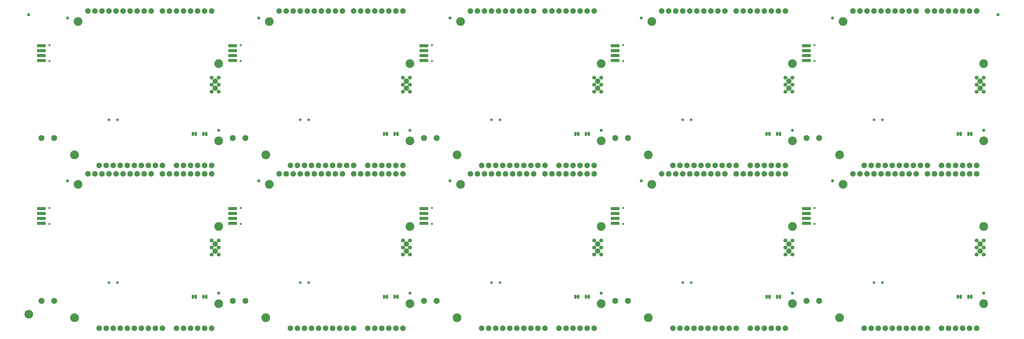
<source format=gbs>
G04 EAGLE Gerber RS-274X export*
G75*
%MOMM*%
%FSLAX34Y34*%
%LPD*%
%INSoldermask Bottom*%
%IPPOS*%
%AMOC8*
5,1,8,0,0,1.08239X$1,22.5*%
G01*
%ADD10C,3.175000*%
%ADD11C,1.927000*%
%ADD12C,1.397000*%
%ADD13C,2.159000*%
%ADD14C,0.777000*%
%ADD15C,0.228344*%
%ADD16C,0.225938*%
%ADD17C,0.977000*%
%ADD18C,2.006600*%
%ADD19C,1.127000*%
%ADD20C,1.270000*%
%ADD21C,1.627000*%

G36*
X3375090Y714387D02*
X3375090Y714387D01*
X3375156Y714389D01*
X3375199Y714407D01*
X3375246Y714415D01*
X3375303Y714449D01*
X3375363Y714474D01*
X3375398Y714505D01*
X3375439Y714530D01*
X3375481Y714581D01*
X3375529Y714625D01*
X3375551Y714667D01*
X3375580Y714704D01*
X3375601Y714766D01*
X3375632Y714825D01*
X3375640Y714879D01*
X3375652Y714916D01*
X3375651Y714956D01*
X3375659Y715010D01*
X3375659Y717550D01*
X3375648Y717615D01*
X3375646Y717681D01*
X3375628Y717724D01*
X3375620Y717771D01*
X3375586Y717828D01*
X3375561Y717888D01*
X3375530Y717923D01*
X3375505Y717964D01*
X3375454Y718006D01*
X3375410Y718054D01*
X3375368Y718076D01*
X3375331Y718105D01*
X3375269Y718126D01*
X3375210Y718157D01*
X3375156Y718165D01*
X3375119Y718177D01*
X3375079Y718176D01*
X3375025Y718184D01*
X3371215Y718184D01*
X3371150Y718173D01*
X3371084Y718171D01*
X3371041Y718153D01*
X3370994Y718145D01*
X3370937Y718111D01*
X3370877Y718086D01*
X3370842Y718055D01*
X3370801Y718030D01*
X3370760Y717979D01*
X3370711Y717935D01*
X3370689Y717893D01*
X3370660Y717856D01*
X3370639Y717794D01*
X3370608Y717735D01*
X3370600Y717681D01*
X3370588Y717644D01*
X3370588Y717641D01*
X3370589Y717604D01*
X3370581Y717550D01*
X3370581Y715010D01*
X3370592Y714945D01*
X3370594Y714879D01*
X3370612Y714836D01*
X3370620Y714789D01*
X3370654Y714732D01*
X3370679Y714672D01*
X3370710Y714637D01*
X3370735Y714596D01*
X3370786Y714555D01*
X3370830Y714506D01*
X3370872Y714484D01*
X3370909Y714455D01*
X3370971Y714434D01*
X3371030Y714403D01*
X3371084Y714395D01*
X3371121Y714383D01*
X3371161Y714384D01*
X3371215Y714376D01*
X3375025Y714376D01*
X3375090Y714387D01*
G37*
G36*
X1264350Y714387D02*
X1264350Y714387D01*
X1264416Y714389D01*
X1264459Y714407D01*
X1264506Y714415D01*
X1264563Y714449D01*
X1264623Y714474D01*
X1264658Y714505D01*
X1264699Y714530D01*
X1264741Y714581D01*
X1264789Y714625D01*
X1264811Y714667D01*
X1264840Y714704D01*
X1264861Y714766D01*
X1264892Y714825D01*
X1264900Y714879D01*
X1264912Y714916D01*
X1264911Y714956D01*
X1264919Y715010D01*
X1264919Y717550D01*
X1264908Y717615D01*
X1264906Y717681D01*
X1264888Y717724D01*
X1264880Y717771D01*
X1264846Y717828D01*
X1264821Y717888D01*
X1264790Y717923D01*
X1264765Y717964D01*
X1264714Y718006D01*
X1264670Y718054D01*
X1264628Y718076D01*
X1264591Y718105D01*
X1264529Y718126D01*
X1264470Y718157D01*
X1264416Y718165D01*
X1264379Y718177D01*
X1264339Y718176D01*
X1264285Y718184D01*
X1260475Y718184D01*
X1260410Y718173D01*
X1260344Y718171D01*
X1260301Y718153D01*
X1260254Y718145D01*
X1260197Y718111D01*
X1260137Y718086D01*
X1260102Y718055D01*
X1260061Y718030D01*
X1260020Y717979D01*
X1259971Y717935D01*
X1259949Y717893D01*
X1259920Y717856D01*
X1259899Y717794D01*
X1259868Y717735D01*
X1259860Y717681D01*
X1259848Y717644D01*
X1259848Y717641D01*
X1259849Y717604D01*
X1259841Y717550D01*
X1259841Y715010D01*
X1259852Y714945D01*
X1259854Y714879D01*
X1259872Y714836D01*
X1259880Y714789D01*
X1259914Y714732D01*
X1259939Y714672D01*
X1259970Y714637D01*
X1259995Y714596D01*
X1260046Y714555D01*
X1260090Y714506D01*
X1260132Y714484D01*
X1260169Y714455D01*
X1260231Y714434D01*
X1260290Y714403D01*
X1260344Y714395D01*
X1260381Y714383D01*
X1260421Y714384D01*
X1260475Y714376D01*
X1264285Y714376D01*
X1264350Y714387D01*
G37*
G36*
X611570Y714387D02*
X611570Y714387D01*
X611636Y714389D01*
X611679Y714407D01*
X611726Y714415D01*
X611783Y714449D01*
X611843Y714474D01*
X611878Y714505D01*
X611919Y714530D01*
X611961Y714581D01*
X612009Y714625D01*
X612031Y714667D01*
X612060Y714704D01*
X612081Y714766D01*
X612112Y714825D01*
X612120Y714879D01*
X612132Y714916D01*
X612131Y714956D01*
X612139Y715010D01*
X612139Y717550D01*
X612128Y717615D01*
X612126Y717681D01*
X612108Y717724D01*
X612100Y717771D01*
X612066Y717828D01*
X612041Y717888D01*
X612010Y717923D01*
X611985Y717964D01*
X611934Y718006D01*
X611890Y718054D01*
X611848Y718076D01*
X611811Y718105D01*
X611749Y718126D01*
X611690Y718157D01*
X611636Y718165D01*
X611599Y718177D01*
X611559Y718176D01*
X611505Y718184D01*
X607695Y718184D01*
X607630Y718173D01*
X607564Y718171D01*
X607521Y718153D01*
X607474Y718145D01*
X607417Y718111D01*
X607357Y718086D01*
X607322Y718055D01*
X607281Y718030D01*
X607240Y717979D01*
X607191Y717935D01*
X607169Y717893D01*
X607140Y717856D01*
X607119Y717794D01*
X607088Y717735D01*
X607080Y717681D01*
X607068Y717644D01*
X607068Y717641D01*
X607069Y717604D01*
X607061Y717550D01*
X607061Y715010D01*
X607072Y714945D01*
X607074Y714879D01*
X607092Y714836D01*
X607100Y714789D01*
X607134Y714732D01*
X607159Y714672D01*
X607190Y714637D01*
X607215Y714596D01*
X607266Y714555D01*
X607310Y714506D01*
X607352Y714484D01*
X607389Y714455D01*
X607451Y714434D01*
X607510Y714403D01*
X607564Y714395D01*
X607601Y714383D01*
X607641Y714384D01*
X607695Y714376D01*
X611505Y714376D01*
X611570Y714387D01*
G37*
G36*
X1302450Y714387D02*
X1302450Y714387D01*
X1302516Y714389D01*
X1302559Y714407D01*
X1302606Y714415D01*
X1302663Y714449D01*
X1302723Y714474D01*
X1302758Y714505D01*
X1302799Y714530D01*
X1302841Y714581D01*
X1302889Y714625D01*
X1302911Y714667D01*
X1302940Y714704D01*
X1302961Y714766D01*
X1302992Y714825D01*
X1303000Y714879D01*
X1303012Y714916D01*
X1303011Y714956D01*
X1303019Y715010D01*
X1303019Y717550D01*
X1303008Y717615D01*
X1303006Y717681D01*
X1302988Y717724D01*
X1302980Y717771D01*
X1302946Y717828D01*
X1302921Y717888D01*
X1302890Y717923D01*
X1302865Y717964D01*
X1302814Y718006D01*
X1302770Y718054D01*
X1302728Y718076D01*
X1302691Y718105D01*
X1302629Y718126D01*
X1302570Y718157D01*
X1302516Y718165D01*
X1302479Y718177D01*
X1302439Y718176D01*
X1302385Y718184D01*
X1298575Y718184D01*
X1298510Y718173D01*
X1298444Y718171D01*
X1298401Y718153D01*
X1298354Y718145D01*
X1298297Y718111D01*
X1298237Y718086D01*
X1298202Y718055D01*
X1298161Y718030D01*
X1298120Y717979D01*
X1298071Y717935D01*
X1298049Y717893D01*
X1298020Y717856D01*
X1297999Y717794D01*
X1297968Y717735D01*
X1297960Y717681D01*
X1297948Y717644D01*
X1297948Y717641D01*
X1297949Y717604D01*
X1297941Y717550D01*
X1297941Y715010D01*
X1297952Y714945D01*
X1297954Y714879D01*
X1297972Y714836D01*
X1297980Y714789D01*
X1298014Y714732D01*
X1298039Y714672D01*
X1298070Y714637D01*
X1298095Y714596D01*
X1298146Y714555D01*
X1298190Y714506D01*
X1298232Y714484D01*
X1298269Y714455D01*
X1298331Y714434D01*
X1298390Y714403D01*
X1298444Y714395D01*
X1298481Y714383D01*
X1298521Y714384D01*
X1298575Y714376D01*
X1302385Y714376D01*
X1302450Y714387D01*
G37*
G36*
X3336990Y714387D02*
X3336990Y714387D01*
X3337056Y714389D01*
X3337099Y714407D01*
X3337146Y714415D01*
X3337203Y714449D01*
X3337263Y714474D01*
X3337298Y714505D01*
X3337339Y714530D01*
X3337381Y714581D01*
X3337429Y714625D01*
X3337451Y714667D01*
X3337480Y714704D01*
X3337501Y714766D01*
X3337532Y714825D01*
X3337540Y714879D01*
X3337552Y714916D01*
X3337551Y714956D01*
X3337559Y715010D01*
X3337559Y717550D01*
X3337548Y717615D01*
X3337546Y717681D01*
X3337528Y717724D01*
X3337520Y717771D01*
X3337486Y717828D01*
X3337461Y717888D01*
X3337430Y717923D01*
X3337405Y717964D01*
X3337354Y718006D01*
X3337310Y718054D01*
X3337268Y718076D01*
X3337231Y718105D01*
X3337169Y718126D01*
X3337110Y718157D01*
X3337056Y718165D01*
X3337019Y718177D01*
X3336979Y718176D01*
X3336925Y718184D01*
X3333115Y718184D01*
X3333050Y718173D01*
X3332984Y718171D01*
X3332941Y718153D01*
X3332894Y718145D01*
X3332837Y718111D01*
X3332777Y718086D01*
X3332742Y718055D01*
X3332701Y718030D01*
X3332660Y717979D01*
X3332611Y717935D01*
X3332589Y717893D01*
X3332560Y717856D01*
X3332539Y717794D01*
X3332508Y717735D01*
X3332500Y717681D01*
X3332488Y717644D01*
X3332488Y717641D01*
X3332489Y717604D01*
X3332481Y717550D01*
X3332481Y715010D01*
X3332492Y714945D01*
X3332494Y714879D01*
X3332512Y714836D01*
X3332520Y714789D01*
X3332554Y714732D01*
X3332579Y714672D01*
X3332610Y714637D01*
X3332635Y714596D01*
X3332686Y714555D01*
X3332730Y714506D01*
X3332772Y714484D01*
X3332809Y714455D01*
X3332871Y714434D01*
X3332930Y714403D01*
X3332984Y714395D01*
X3333021Y714383D01*
X3333061Y714384D01*
X3333115Y714376D01*
X3336925Y714376D01*
X3336990Y714387D01*
G37*
G36*
X2684210Y714387D02*
X2684210Y714387D01*
X2684276Y714389D01*
X2684319Y714407D01*
X2684366Y714415D01*
X2684423Y714449D01*
X2684483Y714474D01*
X2684518Y714505D01*
X2684559Y714530D01*
X2684601Y714581D01*
X2684649Y714625D01*
X2684671Y714667D01*
X2684700Y714704D01*
X2684721Y714766D01*
X2684752Y714825D01*
X2684760Y714879D01*
X2684772Y714916D01*
X2684771Y714956D01*
X2684779Y715010D01*
X2684779Y717550D01*
X2684768Y717615D01*
X2684766Y717681D01*
X2684748Y717724D01*
X2684740Y717771D01*
X2684706Y717828D01*
X2684681Y717888D01*
X2684650Y717923D01*
X2684625Y717964D01*
X2684574Y718006D01*
X2684530Y718054D01*
X2684488Y718076D01*
X2684451Y718105D01*
X2684389Y718126D01*
X2684330Y718157D01*
X2684276Y718165D01*
X2684239Y718177D01*
X2684199Y718176D01*
X2684145Y718184D01*
X2680335Y718184D01*
X2680270Y718173D01*
X2680204Y718171D01*
X2680161Y718153D01*
X2680114Y718145D01*
X2680057Y718111D01*
X2679997Y718086D01*
X2679962Y718055D01*
X2679921Y718030D01*
X2679880Y717979D01*
X2679831Y717935D01*
X2679809Y717893D01*
X2679780Y717856D01*
X2679759Y717794D01*
X2679728Y717735D01*
X2679720Y717681D01*
X2679708Y717644D01*
X2679708Y717641D01*
X2679709Y717604D01*
X2679701Y717550D01*
X2679701Y715010D01*
X2679712Y714945D01*
X2679714Y714879D01*
X2679732Y714836D01*
X2679740Y714789D01*
X2679774Y714732D01*
X2679799Y714672D01*
X2679830Y714637D01*
X2679855Y714596D01*
X2679906Y714555D01*
X2679950Y714506D01*
X2679992Y714484D01*
X2680029Y714455D01*
X2680091Y714434D01*
X2680150Y714403D01*
X2680204Y714395D01*
X2680241Y714383D01*
X2680281Y714384D01*
X2680335Y714376D01*
X2684145Y714376D01*
X2684210Y714387D01*
G37*
G36*
X573470Y714387D02*
X573470Y714387D01*
X573536Y714389D01*
X573579Y714407D01*
X573626Y714415D01*
X573683Y714449D01*
X573743Y714474D01*
X573778Y714505D01*
X573819Y714530D01*
X573861Y714581D01*
X573909Y714625D01*
X573931Y714667D01*
X573960Y714704D01*
X573981Y714766D01*
X574012Y714825D01*
X574020Y714879D01*
X574032Y714916D01*
X574031Y714956D01*
X574039Y715010D01*
X574039Y717550D01*
X574028Y717615D01*
X574026Y717681D01*
X574008Y717724D01*
X574000Y717771D01*
X573966Y717828D01*
X573941Y717888D01*
X573910Y717923D01*
X573885Y717964D01*
X573834Y718006D01*
X573790Y718054D01*
X573748Y718076D01*
X573711Y718105D01*
X573649Y718126D01*
X573590Y718157D01*
X573536Y718165D01*
X573499Y718177D01*
X573459Y718176D01*
X573405Y718184D01*
X569595Y718184D01*
X569530Y718173D01*
X569464Y718171D01*
X569421Y718153D01*
X569374Y718145D01*
X569317Y718111D01*
X569257Y718086D01*
X569222Y718055D01*
X569181Y718030D01*
X569140Y717979D01*
X569091Y717935D01*
X569069Y717893D01*
X569040Y717856D01*
X569019Y717794D01*
X568988Y717735D01*
X568980Y717681D01*
X568968Y717644D01*
X568968Y717641D01*
X568969Y717604D01*
X568961Y717550D01*
X568961Y715010D01*
X568972Y714945D01*
X568974Y714879D01*
X568992Y714836D01*
X569000Y714789D01*
X569034Y714732D01*
X569059Y714672D01*
X569090Y714637D01*
X569115Y714596D01*
X569166Y714555D01*
X569210Y714506D01*
X569252Y714484D01*
X569289Y714455D01*
X569351Y714434D01*
X569410Y714403D01*
X569464Y714395D01*
X569501Y714383D01*
X569541Y714384D01*
X569595Y714376D01*
X573405Y714376D01*
X573470Y714387D01*
G37*
G36*
X1955230Y714387D02*
X1955230Y714387D01*
X1955296Y714389D01*
X1955339Y714407D01*
X1955386Y714415D01*
X1955443Y714449D01*
X1955503Y714474D01*
X1955538Y714505D01*
X1955579Y714530D01*
X1955621Y714581D01*
X1955669Y714625D01*
X1955691Y714667D01*
X1955720Y714704D01*
X1955741Y714766D01*
X1955772Y714825D01*
X1955780Y714879D01*
X1955792Y714916D01*
X1955791Y714956D01*
X1955799Y715010D01*
X1955799Y717550D01*
X1955788Y717615D01*
X1955786Y717681D01*
X1955768Y717724D01*
X1955760Y717771D01*
X1955726Y717828D01*
X1955701Y717888D01*
X1955670Y717923D01*
X1955645Y717964D01*
X1955594Y718006D01*
X1955550Y718054D01*
X1955508Y718076D01*
X1955471Y718105D01*
X1955409Y718126D01*
X1955350Y718157D01*
X1955296Y718165D01*
X1955259Y718177D01*
X1955219Y718176D01*
X1955165Y718184D01*
X1951355Y718184D01*
X1951290Y718173D01*
X1951224Y718171D01*
X1951181Y718153D01*
X1951134Y718145D01*
X1951077Y718111D01*
X1951017Y718086D01*
X1950982Y718055D01*
X1950941Y718030D01*
X1950900Y717979D01*
X1950851Y717935D01*
X1950829Y717893D01*
X1950800Y717856D01*
X1950779Y717794D01*
X1950748Y717735D01*
X1950740Y717681D01*
X1950728Y717644D01*
X1950728Y717641D01*
X1950729Y717604D01*
X1950721Y717550D01*
X1950721Y715010D01*
X1950732Y714945D01*
X1950734Y714879D01*
X1950752Y714836D01*
X1950760Y714789D01*
X1950794Y714732D01*
X1950819Y714672D01*
X1950850Y714637D01*
X1950875Y714596D01*
X1950926Y714555D01*
X1950970Y714506D01*
X1951012Y714484D01*
X1951049Y714455D01*
X1951111Y714434D01*
X1951170Y714403D01*
X1951224Y714395D01*
X1951261Y714383D01*
X1951301Y714384D01*
X1951355Y714376D01*
X1955165Y714376D01*
X1955230Y714387D01*
G37*
G36*
X2646110Y714387D02*
X2646110Y714387D01*
X2646176Y714389D01*
X2646219Y714407D01*
X2646266Y714415D01*
X2646323Y714449D01*
X2646383Y714474D01*
X2646418Y714505D01*
X2646459Y714530D01*
X2646501Y714581D01*
X2646549Y714625D01*
X2646571Y714667D01*
X2646600Y714704D01*
X2646621Y714766D01*
X2646652Y714825D01*
X2646660Y714879D01*
X2646672Y714916D01*
X2646671Y714956D01*
X2646679Y715010D01*
X2646679Y717550D01*
X2646668Y717615D01*
X2646666Y717681D01*
X2646648Y717724D01*
X2646640Y717771D01*
X2646606Y717828D01*
X2646581Y717888D01*
X2646550Y717923D01*
X2646525Y717964D01*
X2646474Y718006D01*
X2646430Y718054D01*
X2646388Y718076D01*
X2646351Y718105D01*
X2646289Y718126D01*
X2646230Y718157D01*
X2646176Y718165D01*
X2646139Y718177D01*
X2646099Y718176D01*
X2646045Y718184D01*
X2642235Y718184D01*
X2642170Y718173D01*
X2642104Y718171D01*
X2642061Y718153D01*
X2642014Y718145D01*
X2641957Y718111D01*
X2641897Y718086D01*
X2641862Y718055D01*
X2641821Y718030D01*
X2641780Y717979D01*
X2641731Y717935D01*
X2641709Y717893D01*
X2641680Y717856D01*
X2641659Y717794D01*
X2641628Y717735D01*
X2641620Y717681D01*
X2641608Y717644D01*
X2641608Y717641D01*
X2641609Y717604D01*
X2641601Y717550D01*
X2641601Y715010D01*
X2641612Y714945D01*
X2641614Y714879D01*
X2641632Y714836D01*
X2641640Y714789D01*
X2641674Y714732D01*
X2641699Y714672D01*
X2641730Y714637D01*
X2641755Y714596D01*
X2641806Y714555D01*
X2641850Y714506D01*
X2641892Y714484D01*
X2641929Y714455D01*
X2641991Y714434D01*
X2642050Y714403D01*
X2642104Y714395D01*
X2642141Y714383D01*
X2642181Y714384D01*
X2642235Y714376D01*
X2646045Y714376D01*
X2646110Y714387D01*
G37*
G36*
X1993330Y714387D02*
X1993330Y714387D01*
X1993396Y714389D01*
X1993439Y714407D01*
X1993486Y714415D01*
X1993543Y714449D01*
X1993603Y714474D01*
X1993638Y714505D01*
X1993679Y714530D01*
X1993721Y714581D01*
X1993769Y714625D01*
X1993791Y714667D01*
X1993820Y714704D01*
X1993841Y714766D01*
X1993872Y714825D01*
X1993880Y714879D01*
X1993892Y714916D01*
X1993891Y714956D01*
X1993899Y715010D01*
X1993899Y717550D01*
X1993888Y717615D01*
X1993886Y717681D01*
X1993868Y717724D01*
X1993860Y717771D01*
X1993826Y717828D01*
X1993801Y717888D01*
X1993770Y717923D01*
X1993745Y717964D01*
X1993694Y718006D01*
X1993650Y718054D01*
X1993608Y718076D01*
X1993571Y718105D01*
X1993509Y718126D01*
X1993450Y718157D01*
X1993396Y718165D01*
X1993359Y718177D01*
X1993319Y718176D01*
X1993265Y718184D01*
X1989455Y718184D01*
X1989390Y718173D01*
X1989324Y718171D01*
X1989281Y718153D01*
X1989234Y718145D01*
X1989177Y718111D01*
X1989117Y718086D01*
X1989082Y718055D01*
X1989041Y718030D01*
X1989000Y717979D01*
X1988951Y717935D01*
X1988929Y717893D01*
X1988900Y717856D01*
X1988879Y717794D01*
X1988848Y717735D01*
X1988840Y717681D01*
X1988828Y717644D01*
X1988828Y717641D01*
X1988829Y717604D01*
X1988821Y717550D01*
X1988821Y715010D01*
X1988832Y714945D01*
X1988834Y714879D01*
X1988852Y714836D01*
X1988860Y714789D01*
X1988894Y714732D01*
X1988919Y714672D01*
X1988950Y714637D01*
X1988975Y714596D01*
X1989026Y714555D01*
X1989070Y714506D01*
X1989112Y714484D01*
X1989149Y714455D01*
X1989211Y714434D01*
X1989270Y714403D01*
X1989324Y714395D01*
X1989361Y714383D01*
X1989401Y714384D01*
X1989455Y714376D01*
X1993265Y714376D01*
X1993330Y714387D01*
G37*
G36*
X1993330Y125107D02*
X1993330Y125107D01*
X1993396Y125109D01*
X1993439Y125127D01*
X1993486Y125135D01*
X1993543Y125169D01*
X1993603Y125194D01*
X1993638Y125225D01*
X1993679Y125250D01*
X1993721Y125301D01*
X1993769Y125345D01*
X1993791Y125387D01*
X1993820Y125424D01*
X1993841Y125486D01*
X1993872Y125545D01*
X1993880Y125599D01*
X1993892Y125636D01*
X1993891Y125676D01*
X1993899Y125730D01*
X1993899Y128270D01*
X1993888Y128335D01*
X1993886Y128401D01*
X1993868Y128444D01*
X1993860Y128491D01*
X1993826Y128548D01*
X1993801Y128608D01*
X1993770Y128643D01*
X1993745Y128684D01*
X1993694Y128726D01*
X1993650Y128774D01*
X1993608Y128796D01*
X1993571Y128825D01*
X1993509Y128846D01*
X1993450Y128877D01*
X1993396Y128885D01*
X1993359Y128897D01*
X1993319Y128896D01*
X1993265Y128904D01*
X1989455Y128904D01*
X1989390Y128893D01*
X1989324Y128891D01*
X1989281Y128873D01*
X1989234Y128865D01*
X1989177Y128831D01*
X1989117Y128806D01*
X1989082Y128775D01*
X1989041Y128750D01*
X1989000Y128699D01*
X1988951Y128655D01*
X1988929Y128613D01*
X1988900Y128576D01*
X1988879Y128514D01*
X1988848Y128455D01*
X1988840Y128401D01*
X1988828Y128364D01*
X1988828Y128361D01*
X1988829Y128324D01*
X1988821Y128270D01*
X1988821Y125730D01*
X1988832Y125665D01*
X1988834Y125599D01*
X1988852Y125556D01*
X1988860Y125509D01*
X1988894Y125452D01*
X1988919Y125392D01*
X1988950Y125357D01*
X1988975Y125316D01*
X1989026Y125275D01*
X1989070Y125226D01*
X1989112Y125204D01*
X1989149Y125175D01*
X1989211Y125154D01*
X1989270Y125123D01*
X1989324Y125115D01*
X1989361Y125103D01*
X1989401Y125104D01*
X1989455Y125096D01*
X1993265Y125096D01*
X1993330Y125107D01*
G37*
G36*
X2646110Y125107D02*
X2646110Y125107D01*
X2646176Y125109D01*
X2646219Y125127D01*
X2646266Y125135D01*
X2646323Y125169D01*
X2646383Y125194D01*
X2646418Y125225D01*
X2646459Y125250D01*
X2646501Y125301D01*
X2646549Y125345D01*
X2646571Y125387D01*
X2646600Y125424D01*
X2646621Y125486D01*
X2646652Y125545D01*
X2646660Y125599D01*
X2646672Y125636D01*
X2646671Y125676D01*
X2646679Y125730D01*
X2646679Y128270D01*
X2646668Y128335D01*
X2646666Y128401D01*
X2646648Y128444D01*
X2646640Y128491D01*
X2646606Y128548D01*
X2646581Y128608D01*
X2646550Y128643D01*
X2646525Y128684D01*
X2646474Y128726D01*
X2646430Y128774D01*
X2646388Y128796D01*
X2646351Y128825D01*
X2646289Y128846D01*
X2646230Y128877D01*
X2646176Y128885D01*
X2646139Y128897D01*
X2646099Y128896D01*
X2646045Y128904D01*
X2642235Y128904D01*
X2642170Y128893D01*
X2642104Y128891D01*
X2642061Y128873D01*
X2642014Y128865D01*
X2641957Y128831D01*
X2641897Y128806D01*
X2641862Y128775D01*
X2641821Y128750D01*
X2641780Y128699D01*
X2641731Y128655D01*
X2641709Y128613D01*
X2641680Y128576D01*
X2641659Y128514D01*
X2641628Y128455D01*
X2641620Y128401D01*
X2641608Y128364D01*
X2641608Y128361D01*
X2641609Y128324D01*
X2641601Y128270D01*
X2641601Y125730D01*
X2641612Y125665D01*
X2641614Y125599D01*
X2641632Y125556D01*
X2641640Y125509D01*
X2641674Y125452D01*
X2641699Y125392D01*
X2641730Y125357D01*
X2641755Y125316D01*
X2641806Y125275D01*
X2641850Y125226D01*
X2641892Y125204D01*
X2641929Y125175D01*
X2641991Y125154D01*
X2642050Y125123D01*
X2642104Y125115D01*
X2642141Y125103D01*
X2642181Y125104D01*
X2642235Y125096D01*
X2646045Y125096D01*
X2646110Y125107D01*
G37*
G36*
X3375090Y125107D02*
X3375090Y125107D01*
X3375156Y125109D01*
X3375199Y125127D01*
X3375246Y125135D01*
X3375303Y125169D01*
X3375363Y125194D01*
X3375398Y125225D01*
X3375439Y125250D01*
X3375481Y125301D01*
X3375529Y125345D01*
X3375551Y125387D01*
X3375580Y125424D01*
X3375601Y125486D01*
X3375632Y125545D01*
X3375640Y125599D01*
X3375652Y125636D01*
X3375651Y125676D01*
X3375659Y125730D01*
X3375659Y128270D01*
X3375648Y128335D01*
X3375646Y128401D01*
X3375628Y128444D01*
X3375620Y128491D01*
X3375586Y128548D01*
X3375561Y128608D01*
X3375530Y128643D01*
X3375505Y128684D01*
X3375454Y128726D01*
X3375410Y128774D01*
X3375368Y128796D01*
X3375331Y128825D01*
X3375269Y128846D01*
X3375210Y128877D01*
X3375156Y128885D01*
X3375119Y128897D01*
X3375079Y128896D01*
X3375025Y128904D01*
X3371215Y128904D01*
X3371150Y128893D01*
X3371084Y128891D01*
X3371041Y128873D01*
X3370994Y128865D01*
X3370937Y128831D01*
X3370877Y128806D01*
X3370842Y128775D01*
X3370801Y128750D01*
X3370760Y128699D01*
X3370711Y128655D01*
X3370689Y128613D01*
X3370660Y128576D01*
X3370639Y128514D01*
X3370608Y128455D01*
X3370600Y128401D01*
X3370588Y128364D01*
X3370588Y128361D01*
X3370589Y128324D01*
X3370581Y128270D01*
X3370581Y125730D01*
X3370592Y125665D01*
X3370594Y125599D01*
X3370612Y125556D01*
X3370620Y125509D01*
X3370654Y125452D01*
X3370679Y125392D01*
X3370710Y125357D01*
X3370735Y125316D01*
X3370786Y125275D01*
X3370830Y125226D01*
X3370872Y125204D01*
X3370909Y125175D01*
X3370971Y125154D01*
X3371030Y125123D01*
X3371084Y125115D01*
X3371121Y125103D01*
X3371161Y125104D01*
X3371215Y125096D01*
X3375025Y125096D01*
X3375090Y125107D01*
G37*
G36*
X1955230Y125107D02*
X1955230Y125107D01*
X1955296Y125109D01*
X1955339Y125127D01*
X1955386Y125135D01*
X1955443Y125169D01*
X1955503Y125194D01*
X1955538Y125225D01*
X1955579Y125250D01*
X1955621Y125301D01*
X1955669Y125345D01*
X1955691Y125387D01*
X1955720Y125424D01*
X1955741Y125486D01*
X1955772Y125545D01*
X1955780Y125599D01*
X1955792Y125636D01*
X1955791Y125676D01*
X1955799Y125730D01*
X1955799Y128270D01*
X1955788Y128335D01*
X1955786Y128401D01*
X1955768Y128444D01*
X1955760Y128491D01*
X1955726Y128548D01*
X1955701Y128608D01*
X1955670Y128643D01*
X1955645Y128684D01*
X1955594Y128726D01*
X1955550Y128774D01*
X1955508Y128796D01*
X1955471Y128825D01*
X1955409Y128846D01*
X1955350Y128877D01*
X1955296Y128885D01*
X1955259Y128897D01*
X1955219Y128896D01*
X1955165Y128904D01*
X1951355Y128904D01*
X1951290Y128893D01*
X1951224Y128891D01*
X1951181Y128873D01*
X1951134Y128865D01*
X1951077Y128831D01*
X1951017Y128806D01*
X1950982Y128775D01*
X1950941Y128750D01*
X1950900Y128699D01*
X1950851Y128655D01*
X1950829Y128613D01*
X1950800Y128576D01*
X1950779Y128514D01*
X1950748Y128455D01*
X1950740Y128401D01*
X1950728Y128364D01*
X1950728Y128361D01*
X1950729Y128324D01*
X1950721Y128270D01*
X1950721Y125730D01*
X1950732Y125665D01*
X1950734Y125599D01*
X1950752Y125556D01*
X1950760Y125509D01*
X1950794Y125452D01*
X1950819Y125392D01*
X1950850Y125357D01*
X1950875Y125316D01*
X1950926Y125275D01*
X1950970Y125226D01*
X1951012Y125204D01*
X1951049Y125175D01*
X1951111Y125154D01*
X1951170Y125123D01*
X1951224Y125115D01*
X1951261Y125103D01*
X1951301Y125104D01*
X1951355Y125096D01*
X1955165Y125096D01*
X1955230Y125107D01*
G37*
G36*
X1264350Y125107D02*
X1264350Y125107D01*
X1264416Y125109D01*
X1264459Y125127D01*
X1264506Y125135D01*
X1264563Y125169D01*
X1264623Y125194D01*
X1264658Y125225D01*
X1264699Y125250D01*
X1264741Y125301D01*
X1264789Y125345D01*
X1264811Y125387D01*
X1264840Y125424D01*
X1264861Y125486D01*
X1264892Y125545D01*
X1264900Y125599D01*
X1264912Y125636D01*
X1264911Y125676D01*
X1264919Y125730D01*
X1264919Y128270D01*
X1264908Y128335D01*
X1264906Y128401D01*
X1264888Y128444D01*
X1264880Y128491D01*
X1264846Y128548D01*
X1264821Y128608D01*
X1264790Y128643D01*
X1264765Y128684D01*
X1264714Y128726D01*
X1264670Y128774D01*
X1264628Y128796D01*
X1264591Y128825D01*
X1264529Y128846D01*
X1264470Y128877D01*
X1264416Y128885D01*
X1264379Y128897D01*
X1264339Y128896D01*
X1264285Y128904D01*
X1260475Y128904D01*
X1260410Y128893D01*
X1260344Y128891D01*
X1260301Y128873D01*
X1260254Y128865D01*
X1260197Y128831D01*
X1260137Y128806D01*
X1260102Y128775D01*
X1260061Y128750D01*
X1260020Y128699D01*
X1259971Y128655D01*
X1259949Y128613D01*
X1259920Y128576D01*
X1259899Y128514D01*
X1259868Y128455D01*
X1259860Y128401D01*
X1259848Y128364D01*
X1259848Y128361D01*
X1259849Y128324D01*
X1259841Y128270D01*
X1259841Y125730D01*
X1259852Y125665D01*
X1259854Y125599D01*
X1259872Y125556D01*
X1259880Y125509D01*
X1259914Y125452D01*
X1259939Y125392D01*
X1259970Y125357D01*
X1259995Y125316D01*
X1260046Y125275D01*
X1260090Y125226D01*
X1260132Y125204D01*
X1260169Y125175D01*
X1260231Y125154D01*
X1260290Y125123D01*
X1260344Y125115D01*
X1260381Y125103D01*
X1260421Y125104D01*
X1260475Y125096D01*
X1264285Y125096D01*
X1264350Y125107D01*
G37*
G36*
X2684210Y125107D02*
X2684210Y125107D01*
X2684276Y125109D01*
X2684319Y125127D01*
X2684366Y125135D01*
X2684423Y125169D01*
X2684483Y125194D01*
X2684518Y125225D01*
X2684559Y125250D01*
X2684601Y125301D01*
X2684649Y125345D01*
X2684671Y125387D01*
X2684700Y125424D01*
X2684721Y125486D01*
X2684752Y125545D01*
X2684760Y125599D01*
X2684772Y125636D01*
X2684771Y125676D01*
X2684779Y125730D01*
X2684779Y128270D01*
X2684768Y128335D01*
X2684766Y128401D01*
X2684748Y128444D01*
X2684740Y128491D01*
X2684706Y128548D01*
X2684681Y128608D01*
X2684650Y128643D01*
X2684625Y128684D01*
X2684574Y128726D01*
X2684530Y128774D01*
X2684488Y128796D01*
X2684451Y128825D01*
X2684389Y128846D01*
X2684330Y128877D01*
X2684276Y128885D01*
X2684239Y128897D01*
X2684199Y128896D01*
X2684145Y128904D01*
X2680335Y128904D01*
X2680270Y128893D01*
X2680204Y128891D01*
X2680161Y128873D01*
X2680114Y128865D01*
X2680057Y128831D01*
X2679997Y128806D01*
X2679962Y128775D01*
X2679921Y128750D01*
X2679880Y128699D01*
X2679831Y128655D01*
X2679809Y128613D01*
X2679780Y128576D01*
X2679759Y128514D01*
X2679728Y128455D01*
X2679720Y128401D01*
X2679708Y128364D01*
X2679708Y128361D01*
X2679709Y128324D01*
X2679701Y128270D01*
X2679701Y125730D01*
X2679712Y125665D01*
X2679714Y125599D01*
X2679732Y125556D01*
X2679740Y125509D01*
X2679774Y125452D01*
X2679799Y125392D01*
X2679830Y125357D01*
X2679855Y125316D01*
X2679906Y125275D01*
X2679950Y125226D01*
X2679992Y125204D01*
X2680029Y125175D01*
X2680091Y125154D01*
X2680150Y125123D01*
X2680204Y125115D01*
X2680241Y125103D01*
X2680281Y125104D01*
X2680335Y125096D01*
X2684145Y125096D01*
X2684210Y125107D01*
G37*
G36*
X3336990Y125107D02*
X3336990Y125107D01*
X3337056Y125109D01*
X3337099Y125127D01*
X3337146Y125135D01*
X3337203Y125169D01*
X3337263Y125194D01*
X3337298Y125225D01*
X3337339Y125250D01*
X3337381Y125301D01*
X3337429Y125345D01*
X3337451Y125387D01*
X3337480Y125424D01*
X3337501Y125486D01*
X3337532Y125545D01*
X3337540Y125599D01*
X3337552Y125636D01*
X3337551Y125676D01*
X3337559Y125730D01*
X3337559Y128270D01*
X3337548Y128335D01*
X3337546Y128401D01*
X3337528Y128444D01*
X3337520Y128491D01*
X3337486Y128548D01*
X3337461Y128608D01*
X3337430Y128643D01*
X3337405Y128684D01*
X3337354Y128726D01*
X3337310Y128774D01*
X3337268Y128796D01*
X3337231Y128825D01*
X3337169Y128846D01*
X3337110Y128877D01*
X3337056Y128885D01*
X3337019Y128897D01*
X3336979Y128896D01*
X3336925Y128904D01*
X3333115Y128904D01*
X3333050Y128893D01*
X3332984Y128891D01*
X3332941Y128873D01*
X3332894Y128865D01*
X3332837Y128831D01*
X3332777Y128806D01*
X3332742Y128775D01*
X3332701Y128750D01*
X3332660Y128699D01*
X3332611Y128655D01*
X3332589Y128613D01*
X3332560Y128576D01*
X3332539Y128514D01*
X3332508Y128455D01*
X3332500Y128401D01*
X3332488Y128364D01*
X3332488Y128361D01*
X3332489Y128324D01*
X3332481Y128270D01*
X3332481Y125730D01*
X3332492Y125665D01*
X3332494Y125599D01*
X3332512Y125556D01*
X3332520Y125509D01*
X3332554Y125452D01*
X3332579Y125392D01*
X3332610Y125357D01*
X3332635Y125316D01*
X3332686Y125275D01*
X3332730Y125226D01*
X3332772Y125204D01*
X3332809Y125175D01*
X3332871Y125154D01*
X3332930Y125123D01*
X3332984Y125115D01*
X3333021Y125103D01*
X3333061Y125104D01*
X3333115Y125096D01*
X3336925Y125096D01*
X3336990Y125107D01*
G37*
G36*
X1302450Y125107D02*
X1302450Y125107D01*
X1302516Y125109D01*
X1302559Y125127D01*
X1302606Y125135D01*
X1302663Y125169D01*
X1302723Y125194D01*
X1302758Y125225D01*
X1302799Y125250D01*
X1302841Y125301D01*
X1302889Y125345D01*
X1302911Y125387D01*
X1302940Y125424D01*
X1302961Y125486D01*
X1302992Y125545D01*
X1303000Y125599D01*
X1303012Y125636D01*
X1303011Y125676D01*
X1303019Y125730D01*
X1303019Y128270D01*
X1303008Y128335D01*
X1303006Y128401D01*
X1302988Y128444D01*
X1302980Y128491D01*
X1302946Y128548D01*
X1302921Y128608D01*
X1302890Y128643D01*
X1302865Y128684D01*
X1302814Y128726D01*
X1302770Y128774D01*
X1302728Y128796D01*
X1302691Y128825D01*
X1302629Y128846D01*
X1302570Y128877D01*
X1302516Y128885D01*
X1302479Y128897D01*
X1302439Y128896D01*
X1302385Y128904D01*
X1298575Y128904D01*
X1298510Y128893D01*
X1298444Y128891D01*
X1298401Y128873D01*
X1298354Y128865D01*
X1298297Y128831D01*
X1298237Y128806D01*
X1298202Y128775D01*
X1298161Y128750D01*
X1298120Y128699D01*
X1298071Y128655D01*
X1298049Y128613D01*
X1298020Y128576D01*
X1297999Y128514D01*
X1297968Y128455D01*
X1297960Y128401D01*
X1297948Y128364D01*
X1297948Y128361D01*
X1297949Y128324D01*
X1297941Y128270D01*
X1297941Y125730D01*
X1297952Y125665D01*
X1297954Y125599D01*
X1297972Y125556D01*
X1297980Y125509D01*
X1298014Y125452D01*
X1298039Y125392D01*
X1298070Y125357D01*
X1298095Y125316D01*
X1298146Y125275D01*
X1298190Y125226D01*
X1298232Y125204D01*
X1298269Y125175D01*
X1298331Y125154D01*
X1298390Y125123D01*
X1298444Y125115D01*
X1298481Y125103D01*
X1298521Y125104D01*
X1298575Y125096D01*
X1302385Y125096D01*
X1302450Y125107D01*
G37*
G36*
X611570Y125107D02*
X611570Y125107D01*
X611636Y125109D01*
X611679Y125127D01*
X611726Y125135D01*
X611783Y125169D01*
X611843Y125194D01*
X611878Y125225D01*
X611919Y125250D01*
X611961Y125301D01*
X612009Y125345D01*
X612031Y125387D01*
X612060Y125424D01*
X612081Y125486D01*
X612112Y125545D01*
X612120Y125599D01*
X612132Y125636D01*
X612131Y125676D01*
X612139Y125730D01*
X612139Y128270D01*
X612128Y128335D01*
X612126Y128401D01*
X612108Y128444D01*
X612100Y128491D01*
X612066Y128548D01*
X612041Y128608D01*
X612010Y128643D01*
X611985Y128684D01*
X611934Y128726D01*
X611890Y128774D01*
X611848Y128796D01*
X611811Y128825D01*
X611749Y128846D01*
X611690Y128877D01*
X611636Y128885D01*
X611599Y128897D01*
X611559Y128896D01*
X611505Y128904D01*
X607695Y128904D01*
X607630Y128893D01*
X607564Y128891D01*
X607521Y128873D01*
X607474Y128865D01*
X607417Y128831D01*
X607357Y128806D01*
X607322Y128775D01*
X607281Y128750D01*
X607240Y128699D01*
X607191Y128655D01*
X607169Y128613D01*
X607140Y128576D01*
X607119Y128514D01*
X607088Y128455D01*
X607080Y128401D01*
X607068Y128364D01*
X607068Y128361D01*
X607069Y128324D01*
X607061Y128270D01*
X607061Y125730D01*
X607072Y125665D01*
X607074Y125599D01*
X607092Y125556D01*
X607100Y125509D01*
X607134Y125452D01*
X607159Y125392D01*
X607190Y125357D01*
X607215Y125316D01*
X607266Y125275D01*
X607310Y125226D01*
X607352Y125204D01*
X607389Y125175D01*
X607451Y125154D01*
X607510Y125123D01*
X607564Y125115D01*
X607601Y125103D01*
X607641Y125104D01*
X607695Y125096D01*
X611505Y125096D01*
X611570Y125107D01*
G37*
G36*
X573470Y125107D02*
X573470Y125107D01*
X573536Y125109D01*
X573579Y125127D01*
X573626Y125135D01*
X573683Y125169D01*
X573743Y125194D01*
X573778Y125225D01*
X573819Y125250D01*
X573861Y125301D01*
X573909Y125345D01*
X573931Y125387D01*
X573960Y125424D01*
X573981Y125486D01*
X574012Y125545D01*
X574020Y125599D01*
X574032Y125636D01*
X574031Y125676D01*
X574039Y125730D01*
X574039Y128270D01*
X574028Y128335D01*
X574026Y128401D01*
X574008Y128444D01*
X574000Y128491D01*
X573966Y128548D01*
X573941Y128608D01*
X573910Y128643D01*
X573885Y128684D01*
X573834Y128726D01*
X573790Y128774D01*
X573748Y128796D01*
X573711Y128825D01*
X573649Y128846D01*
X573590Y128877D01*
X573536Y128885D01*
X573499Y128897D01*
X573459Y128896D01*
X573405Y128904D01*
X569595Y128904D01*
X569530Y128893D01*
X569464Y128891D01*
X569421Y128873D01*
X569374Y128865D01*
X569317Y128831D01*
X569257Y128806D01*
X569222Y128775D01*
X569181Y128750D01*
X569140Y128699D01*
X569091Y128655D01*
X569069Y128613D01*
X569040Y128576D01*
X569019Y128514D01*
X568988Y128455D01*
X568980Y128401D01*
X568968Y128364D01*
X568968Y128361D01*
X568969Y128324D01*
X568961Y128270D01*
X568961Y125730D01*
X568972Y125665D01*
X568974Y125599D01*
X568992Y125556D01*
X569000Y125509D01*
X569034Y125452D01*
X569059Y125392D01*
X569090Y125357D01*
X569115Y125316D01*
X569166Y125275D01*
X569210Y125226D01*
X569252Y125204D01*
X569289Y125175D01*
X569351Y125154D01*
X569410Y125123D01*
X569464Y125115D01*
X569501Y125103D01*
X569541Y125104D01*
X569595Y125096D01*
X573405Y125096D01*
X573470Y125107D01*
G37*
D10*
X139700Y50800D03*
X660400Y101600D03*
X660400Y381000D03*
X152400Y533400D03*
D11*
X647700Y317500D03*
X647700Y292100D03*
D12*
X660400Y330200D03*
X660400Y304800D03*
X660400Y279400D03*
X635000Y330200D03*
X635000Y304800D03*
X635000Y279400D03*
D13*
X20320Y111760D03*
X66040Y111760D03*
D14*
X49050Y448000D03*
X49050Y390200D03*
D15*
X573911Y132844D02*
X579503Y132844D01*
X579503Y121156D01*
X573911Y121156D01*
X573911Y132844D01*
X573911Y123325D02*
X579503Y123325D01*
X579503Y125494D02*
X573911Y125494D01*
X573911Y127663D02*
X579503Y127663D01*
X579503Y129832D02*
X573911Y129832D01*
X573911Y132001D02*
X579503Y132001D01*
X569089Y132844D02*
X563497Y132844D01*
X569089Y132844D02*
X569089Y121156D01*
X563497Y121156D01*
X563497Y132844D01*
X563497Y123325D02*
X569089Y123325D01*
X569089Y125494D02*
X563497Y125494D01*
X563497Y127663D02*
X569089Y127663D01*
X569089Y129832D02*
X563497Y129832D01*
X563497Y132001D02*
X569089Y132001D01*
X612011Y132844D02*
X617603Y132844D01*
X617603Y121156D01*
X612011Y121156D01*
X612011Y132844D01*
X612011Y123325D02*
X617603Y123325D01*
X617603Y125494D02*
X612011Y125494D01*
X612011Y127663D02*
X617603Y127663D01*
X617603Y129832D02*
X612011Y129832D01*
X612011Y132001D02*
X617603Y132001D01*
X607189Y132844D02*
X601597Y132844D01*
X607189Y132844D02*
X607189Y121156D01*
X601597Y121156D01*
X601597Y132844D01*
X601597Y123325D02*
X607189Y123325D01*
X607189Y125494D02*
X601597Y125494D01*
X601597Y127663D02*
X607189Y127663D01*
X607189Y129832D02*
X601597Y129832D01*
X601597Y132001D02*
X607189Y132001D01*
D16*
X33556Y431996D02*
X4544Y431996D01*
X33556Y431996D02*
X33556Y423984D01*
X4544Y423984D01*
X4544Y431996D01*
X4544Y426130D02*
X33556Y426130D01*
X33556Y428276D02*
X4544Y428276D01*
X4544Y430422D02*
X33556Y430422D01*
X33556Y449776D02*
X4544Y449776D01*
X33556Y449776D02*
X33556Y441764D01*
X4544Y441764D01*
X4544Y449776D01*
X4544Y443910D02*
X33556Y443910D01*
X33556Y446056D02*
X4544Y446056D01*
X4544Y448202D02*
X33556Y448202D01*
X33556Y414216D02*
X4544Y414216D01*
X33556Y414216D02*
X33556Y406204D01*
X4544Y406204D01*
X4544Y414216D01*
X4544Y408350D02*
X33556Y408350D01*
X33556Y410496D02*
X4544Y410496D01*
X4544Y412642D02*
X33556Y412642D01*
X33556Y396436D02*
X4544Y396436D01*
X33556Y396436D02*
X33556Y388424D01*
X4544Y388424D01*
X4544Y396436D01*
X4544Y390570D02*
X33556Y390570D01*
X33556Y392716D02*
X4544Y392716D01*
X4544Y394862D02*
X33556Y394862D01*
D17*
X294400Y177800D03*
X264400Y177800D03*
D18*
X187960Y571500D03*
X213360Y571500D03*
X238760Y571500D03*
X264160Y571500D03*
X289560Y571500D03*
X314960Y571500D03*
X340360Y571500D03*
X365760Y571500D03*
X391160Y571500D03*
X416560Y571500D03*
X457200Y12700D03*
X431800Y12700D03*
X406400Y12700D03*
X381000Y12700D03*
X355600Y12700D03*
X330200Y12700D03*
X304800Y12700D03*
X279400Y12700D03*
X508000Y12700D03*
X533400Y12700D03*
X558800Y12700D03*
X584200Y12700D03*
X609600Y12700D03*
X635000Y12700D03*
X635000Y571500D03*
X609600Y571500D03*
X584200Y571500D03*
X558800Y571500D03*
X533400Y571500D03*
X508000Y571500D03*
X482600Y571500D03*
X457200Y571500D03*
X228600Y12700D03*
X254000Y12700D03*
D19*
X114300Y546100D03*
X660400Y139700D03*
D10*
X830580Y50800D03*
X1351280Y101600D03*
X1351280Y381000D03*
X843280Y533400D03*
D11*
X1338580Y317500D03*
X1338580Y292100D03*
D12*
X1351280Y330200D03*
X1351280Y304800D03*
X1351280Y279400D03*
X1325880Y330200D03*
X1325880Y304800D03*
X1325880Y279400D03*
D13*
X711200Y111760D03*
X756920Y111760D03*
D14*
X739930Y448000D03*
X739930Y390200D03*
D15*
X1264791Y132844D02*
X1270383Y132844D01*
X1270383Y121156D01*
X1264791Y121156D01*
X1264791Y132844D01*
X1264791Y123325D02*
X1270383Y123325D01*
X1270383Y125494D02*
X1264791Y125494D01*
X1264791Y127663D02*
X1270383Y127663D01*
X1270383Y129832D02*
X1264791Y129832D01*
X1264791Y132001D02*
X1270383Y132001D01*
X1259969Y132844D02*
X1254377Y132844D01*
X1259969Y132844D02*
X1259969Y121156D01*
X1254377Y121156D01*
X1254377Y132844D01*
X1254377Y123325D02*
X1259969Y123325D01*
X1259969Y125494D02*
X1254377Y125494D01*
X1254377Y127663D02*
X1259969Y127663D01*
X1259969Y129832D02*
X1254377Y129832D01*
X1254377Y132001D02*
X1259969Y132001D01*
X1302891Y132844D02*
X1308483Y132844D01*
X1308483Y121156D01*
X1302891Y121156D01*
X1302891Y132844D01*
X1302891Y123325D02*
X1308483Y123325D01*
X1308483Y125494D02*
X1302891Y125494D01*
X1302891Y127663D02*
X1308483Y127663D01*
X1308483Y129832D02*
X1302891Y129832D01*
X1302891Y132001D02*
X1308483Y132001D01*
X1298069Y132844D02*
X1292477Y132844D01*
X1298069Y132844D02*
X1298069Y121156D01*
X1292477Y121156D01*
X1292477Y132844D01*
X1292477Y123325D02*
X1298069Y123325D01*
X1298069Y125494D02*
X1292477Y125494D01*
X1292477Y127663D02*
X1298069Y127663D01*
X1298069Y129832D02*
X1292477Y129832D01*
X1292477Y132001D02*
X1298069Y132001D01*
D16*
X724436Y431996D02*
X695424Y431996D01*
X724436Y431996D02*
X724436Y423984D01*
X695424Y423984D01*
X695424Y431996D01*
X695424Y426130D02*
X724436Y426130D01*
X724436Y428276D02*
X695424Y428276D01*
X695424Y430422D02*
X724436Y430422D01*
X724436Y449776D02*
X695424Y449776D01*
X724436Y449776D02*
X724436Y441764D01*
X695424Y441764D01*
X695424Y449776D01*
X695424Y443910D02*
X724436Y443910D01*
X724436Y446056D02*
X695424Y446056D01*
X695424Y448202D02*
X724436Y448202D01*
X724436Y414216D02*
X695424Y414216D01*
X724436Y414216D02*
X724436Y406204D01*
X695424Y406204D01*
X695424Y414216D01*
X695424Y408350D02*
X724436Y408350D01*
X724436Y410496D02*
X695424Y410496D01*
X695424Y412642D02*
X724436Y412642D01*
X724436Y396436D02*
X695424Y396436D01*
X724436Y396436D02*
X724436Y388424D01*
X695424Y388424D01*
X695424Y396436D01*
X695424Y390570D02*
X724436Y390570D01*
X724436Y392716D02*
X695424Y392716D01*
X695424Y394862D02*
X724436Y394862D01*
D17*
X985280Y177800D03*
X955280Y177800D03*
D18*
X878840Y571500D03*
X904240Y571500D03*
X929640Y571500D03*
X955040Y571500D03*
X980440Y571500D03*
X1005840Y571500D03*
X1031240Y571500D03*
X1056640Y571500D03*
X1082040Y571500D03*
X1107440Y571500D03*
X1148080Y12700D03*
X1122680Y12700D03*
X1097280Y12700D03*
X1071880Y12700D03*
X1046480Y12700D03*
X1021080Y12700D03*
X995680Y12700D03*
X970280Y12700D03*
X1198880Y12700D03*
X1224280Y12700D03*
X1249680Y12700D03*
X1275080Y12700D03*
X1300480Y12700D03*
X1325880Y12700D03*
X1325880Y571500D03*
X1300480Y571500D03*
X1275080Y571500D03*
X1249680Y571500D03*
X1224280Y571500D03*
X1198880Y571500D03*
X1173480Y571500D03*
X1148080Y571500D03*
X919480Y12700D03*
X944880Y12700D03*
D19*
X805180Y546100D03*
X1351280Y139700D03*
D10*
X1521460Y50800D03*
X2042160Y101600D03*
X2042160Y381000D03*
X1534160Y533400D03*
D11*
X2029460Y317500D03*
X2029460Y292100D03*
D12*
X2042160Y330200D03*
X2042160Y304800D03*
X2042160Y279400D03*
X2016760Y330200D03*
X2016760Y304800D03*
X2016760Y279400D03*
D13*
X1402080Y111760D03*
X1447800Y111760D03*
D14*
X1430810Y448000D03*
X1430810Y390200D03*
D15*
X1955671Y132844D02*
X1961263Y132844D01*
X1961263Y121156D01*
X1955671Y121156D01*
X1955671Y132844D01*
X1955671Y123325D02*
X1961263Y123325D01*
X1961263Y125494D02*
X1955671Y125494D01*
X1955671Y127663D02*
X1961263Y127663D01*
X1961263Y129832D02*
X1955671Y129832D01*
X1955671Y132001D02*
X1961263Y132001D01*
X1950849Y132844D02*
X1945257Y132844D01*
X1950849Y132844D02*
X1950849Y121156D01*
X1945257Y121156D01*
X1945257Y132844D01*
X1945257Y123325D02*
X1950849Y123325D01*
X1950849Y125494D02*
X1945257Y125494D01*
X1945257Y127663D02*
X1950849Y127663D01*
X1950849Y129832D02*
X1945257Y129832D01*
X1945257Y132001D02*
X1950849Y132001D01*
X1993771Y132844D02*
X1999363Y132844D01*
X1999363Y121156D01*
X1993771Y121156D01*
X1993771Y132844D01*
X1993771Y123325D02*
X1999363Y123325D01*
X1999363Y125494D02*
X1993771Y125494D01*
X1993771Y127663D02*
X1999363Y127663D01*
X1999363Y129832D02*
X1993771Y129832D01*
X1993771Y132001D02*
X1999363Y132001D01*
X1988949Y132844D02*
X1983357Y132844D01*
X1988949Y132844D02*
X1988949Y121156D01*
X1983357Y121156D01*
X1983357Y132844D01*
X1983357Y123325D02*
X1988949Y123325D01*
X1988949Y125494D02*
X1983357Y125494D01*
X1983357Y127663D02*
X1988949Y127663D01*
X1988949Y129832D02*
X1983357Y129832D01*
X1983357Y132001D02*
X1988949Y132001D01*
D16*
X1415316Y431996D02*
X1386304Y431996D01*
X1415316Y431996D02*
X1415316Y423984D01*
X1386304Y423984D01*
X1386304Y431996D01*
X1386304Y426130D02*
X1415316Y426130D01*
X1415316Y428276D02*
X1386304Y428276D01*
X1386304Y430422D02*
X1415316Y430422D01*
X1415316Y449776D02*
X1386304Y449776D01*
X1415316Y449776D02*
X1415316Y441764D01*
X1386304Y441764D01*
X1386304Y449776D01*
X1386304Y443910D02*
X1415316Y443910D01*
X1415316Y446056D02*
X1386304Y446056D01*
X1386304Y448202D02*
X1415316Y448202D01*
X1415316Y414216D02*
X1386304Y414216D01*
X1415316Y414216D02*
X1415316Y406204D01*
X1386304Y406204D01*
X1386304Y414216D01*
X1386304Y408350D02*
X1415316Y408350D01*
X1415316Y410496D02*
X1386304Y410496D01*
X1386304Y412642D02*
X1415316Y412642D01*
X1415316Y396436D02*
X1386304Y396436D01*
X1415316Y396436D02*
X1415316Y388424D01*
X1386304Y388424D01*
X1386304Y396436D01*
X1386304Y390570D02*
X1415316Y390570D01*
X1415316Y392716D02*
X1386304Y392716D01*
X1386304Y394862D02*
X1415316Y394862D01*
D17*
X1676160Y177800D03*
X1646160Y177800D03*
D18*
X1569720Y571500D03*
X1595120Y571500D03*
X1620520Y571500D03*
X1645920Y571500D03*
X1671320Y571500D03*
X1696720Y571500D03*
X1722120Y571500D03*
X1747520Y571500D03*
X1772920Y571500D03*
X1798320Y571500D03*
X1838960Y12700D03*
X1813560Y12700D03*
X1788160Y12700D03*
X1762760Y12700D03*
X1737360Y12700D03*
X1711960Y12700D03*
X1686560Y12700D03*
X1661160Y12700D03*
X1889760Y12700D03*
X1915160Y12700D03*
X1940560Y12700D03*
X1965960Y12700D03*
X1991360Y12700D03*
X2016760Y12700D03*
X2016760Y571500D03*
X1991360Y571500D03*
X1965960Y571500D03*
X1940560Y571500D03*
X1915160Y571500D03*
X1889760Y571500D03*
X1864360Y571500D03*
X1838960Y571500D03*
X1610360Y12700D03*
X1635760Y12700D03*
D19*
X1496060Y546100D03*
X2042160Y139700D03*
D10*
X2212340Y50800D03*
X2733040Y101600D03*
X2733040Y381000D03*
X2225040Y533400D03*
D11*
X2720340Y317500D03*
X2720340Y292100D03*
D12*
X2733040Y330200D03*
X2733040Y304800D03*
X2733040Y279400D03*
X2707640Y330200D03*
X2707640Y304800D03*
X2707640Y279400D03*
D13*
X2092960Y111760D03*
X2138680Y111760D03*
D14*
X2121690Y448000D03*
X2121690Y390200D03*
D15*
X2646551Y132844D02*
X2652143Y132844D01*
X2652143Y121156D01*
X2646551Y121156D01*
X2646551Y132844D01*
X2646551Y123325D02*
X2652143Y123325D01*
X2652143Y125494D02*
X2646551Y125494D01*
X2646551Y127663D02*
X2652143Y127663D01*
X2652143Y129832D02*
X2646551Y129832D01*
X2646551Y132001D02*
X2652143Y132001D01*
X2641729Y132844D02*
X2636137Y132844D01*
X2641729Y132844D02*
X2641729Y121156D01*
X2636137Y121156D01*
X2636137Y132844D01*
X2636137Y123325D02*
X2641729Y123325D01*
X2641729Y125494D02*
X2636137Y125494D01*
X2636137Y127663D02*
X2641729Y127663D01*
X2641729Y129832D02*
X2636137Y129832D01*
X2636137Y132001D02*
X2641729Y132001D01*
X2684651Y132844D02*
X2690243Y132844D01*
X2690243Y121156D01*
X2684651Y121156D01*
X2684651Y132844D01*
X2684651Y123325D02*
X2690243Y123325D01*
X2690243Y125494D02*
X2684651Y125494D01*
X2684651Y127663D02*
X2690243Y127663D01*
X2690243Y129832D02*
X2684651Y129832D01*
X2684651Y132001D02*
X2690243Y132001D01*
X2679829Y132844D02*
X2674237Y132844D01*
X2679829Y132844D02*
X2679829Y121156D01*
X2674237Y121156D01*
X2674237Y132844D01*
X2674237Y123325D02*
X2679829Y123325D01*
X2679829Y125494D02*
X2674237Y125494D01*
X2674237Y127663D02*
X2679829Y127663D01*
X2679829Y129832D02*
X2674237Y129832D01*
X2674237Y132001D02*
X2679829Y132001D01*
D16*
X2106196Y431996D02*
X2077184Y431996D01*
X2106196Y431996D02*
X2106196Y423984D01*
X2077184Y423984D01*
X2077184Y431996D01*
X2077184Y426130D02*
X2106196Y426130D01*
X2106196Y428276D02*
X2077184Y428276D01*
X2077184Y430422D02*
X2106196Y430422D01*
X2106196Y449776D02*
X2077184Y449776D01*
X2106196Y449776D02*
X2106196Y441764D01*
X2077184Y441764D01*
X2077184Y449776D01*
X2077184Y443910D02*
X2106196Y443910D01*
X2106196Y446056D02*
X2077184Y446056D01*
X2077184Y448202D02*
X2106196Y448202D01*
X2106196Y414216D02*
X2077184Y414216D01*
X2106196Y414216D02*
X2106196Y406204D01*
X2077184Y406204D01*
X2077184Y414216D01*
X2077184Y408350D02*
X2106196Y408350D01*
X2106196Y410496D02*
X2077184Y410496D01*
X2077184Y412642D02*
X2106196Y412642D01*
X2106196Y396436D02*
X2077184Y396436D01*
X2106196Y396436D02*
X2106196Y388424D01*
X2077184Y388424D01*
X2077184Y396436D01*
X2077184Y390570D02*
X2106196Y390570D01*
X2106196Y392716D02*
X2077184Y392716D01*
X2077184Y394862D02*
X2106196Y394862D01*
D17*
X2367040Y177800D03*
X2337040Y177800D03*
D18*
X2260600Y571500D03*
X2286000Y571500D03*
X2311400Y571500D03*
X2336800Y571500D03*
X2362200Y571500D03*
X2387600Y571500D03*
X2413000Y571500D03*
X2438400Y571500D03*
X2463800Y571500D03*
X2489200Y571500D03*
X2529840Y12700D03*
X2504440Y12700D03*
X2479040Y12700D03*
X2453640Y12700D03*
X2428240Y12700D03*
X2402840Y12700D03*
X2377440Y12700D03*
X2352040Y12700D03*
X2580640Y12700D03*
X2606040Y12700D03*
X2631440Y12700D03*
X2656840Y12700D03*
X2682240Y12700D03*
X2707640Y12700D03*
X2707640Y571500D03*
X2682240Y571500D03*
X2656840Y571500D03*
X2631440Y571500D03*
X2606040Y571500D03*
X2580640Y571500D03*
X2555240Y571500D03*
X2529840Y571500D03*
X2301240Y12700D03*
X2326640Y12700D03*
D19*
X2186940Y546100D03*
X2733040Y139700D03*
D10*
X2903220Y50800D03*
X3423920Y101600D03*
X3423920Y381000D03*
X2915920Y533400D03*
D11*
X3411220Y317500D03*
X3411220Y292100D03*
D12*
X3423920Y330200D03*
X3423920Y304800D03*
X3423920Y279400D03*
X3398520Y330200D03*
X3398520Y304800D03*
X3398520Y279400D03*
D13*
X2783840Y111760D03*
X2829560Y111760D03*
D14*
X2812570Y448000D03*
X2812570Y390200D03*
D15*
X3337431Y132844D02*
X3343023Y132844D01*
X3343023Y121156D01*
X3337431Y121156D01*
X3337431Y132844D01*
X3337431Y123325D02*
X3343023Y123325D01*
X3343023Y125494D02*
X3337431Y125494D01*
X3337431Y127663D02*
X3343023Y127663D01*
X3343023Y129832D02*
X3337431Y129832D01*
X3337431Y132001D02*
X3343023Y132001D01*
X3332609Y132844D02*
X3327017Y132844D01*
X3332609Y132844D02*
X3332609Y121156D01*
X3327017Y121156D01*
X3327017Y132844D01*
X3327017Y123325D02*
X3332609Y123325D01*
X3332609Y125494D02*
X3327017Y125494D01*
X3327017Y127663D02*
X3332609Y127663D01*
X3332609Y129832D02*
X3327017Y129832D01*
X3327017Y132001D02*
X3332609Y132001D01*
X3375531Y132844D02*
X3381123Y132844D01*
X3381123Y121156D01*
X3375531Y121156D01*
X3375531Y132844D01*
X3375531Y123325D02*
X3381123Y123325D01*
X3381123Y125494D02*
X3375531Y125494D01*
X3375531Y127663D02*
X3381123Y127663D01*
X3381123Y129832D02*
X3375531Y129832D01*
X3375531Y132001D02*
X3381123Y132001D01*
X3370709Y132844D02*
X3365117Y132844D01*
X3370709Y132844D02*
X3370709Y121156D01*
X3365117Y121156D01*
X3365117Y132844D01*
X3365117Y123325D02*
X3370709Y123325D01*
X3370709Y125494D02*
X3365117Y125494D01*
X3365117Y127663D02*
X3370709Y127663D01*
X3370709Y129832D02*
X3365117Y129832D01*
X3365117Y132001D02*
X3370709Y132001D01*
D16*
X2797076Y431996D02*
X2768064Y431996D01*
X2797076Y431996D02*
X2797076Y423984D01*
X2768064Y423984D01*
X2768064Y431996D01*
X2768064Y426130D02*
X2797076Y426130D01*
X2797076Y428276D02*
X2768064Y428276D01*
X2768064Y430422D02*
X2797076Y430422D01*
X2797076Y449776D02*
X2768064Y449776D01*
X2797076Y449776D02*
X2797076Y441764D01*
X2768064Y441764D01*
X2768064Y449776D01*
X2768064Y443910D02*
X2797076Y443910D01*
X2797076Y446056D02*
X2768064Y446056D01*
X2768064Y448202D02*
X2797076Y448202D01*
X2797076Y414216D02*
X2768064Y414216D01*
X2797076Y414216D02*
X2797076Y406204D01*
X2768064Y406204D01*
X2768064Y414216D01*
X2768064Y408350D02*
X2797076Y408350D01*
X2797076Y410496D02*
X2768064Y410496D01*
X2768064Y412642D02*
X2797076Y412642D01*
X2797076Y396436D02*
X2768064Y396436D01*
X2797076Y396436D02*
X2797076Y388424D01*
X2768064Y388424D01*
X2768064Y396436D01*
X2768064Y390570D02*
X2797076Y390570D01*
X2797076Y392716D02*
X2768064Y392716D01*
X2768064Y394862D02*
X2797076Y394862D01*
D17*
X3057920Y177800D03*
X3027920Y177800D03*
D18*
X2951480Y571500D03*
X2976880Y571500D03*
X3002280Y571500D03*
X3027680Y571500D03*
X3053080Y571500D03*
X3078480Y571500D03*
X3103880Y571500D03*
X3129280Y571500D03*
X3154680Y571500D03*
X3180080Y571500D03*
X3220720Y12700D03*
X3195320Y12700D03*
X3169920Y12700D03*
X3144520Y12700D03*
X3119120Y12700D03*
X3093720Y12700D03*
X3068320Y12700D03*
X3042920Y12700D03*
X3271520Y12700D03*
X3296920Y12700D03*
X3322320Y12700D03*
X3347720Y12700D03*
X3373120Y12700D03*
X3398520Y12700D03*
X3398520Y571500D03*
X3373120Y571500D03*
X3347720Y571500D03*
X3322320Y571500D03*
X3296920Y571500D03*
X3271520Y571500D03*
X3246120Y571500D03*
X3220720Y571500D03*
X2992120Y12700D03*
X3017520Y12700D03*
D19*
X2877820Y546100D03*
X3423920Y139700D03*
D10*
X139700Y640080D03*
X660400Y690880D03*
X660400Y970280D03*
X152400Y1122680D03*
D11*
X647700Y906780D03*
X647700Y881380D03*
D12*
X660400Y919480D03*
X660400Y894080D03*
X660400Y868680D03*
X635000Y919480D03*
X635000Y894080D03*
X635000Y868680D03*
D13*
X20320Y701040D03*
X66040Y701040D03*
D14*
X49050Y1037280D03*
X49050Y979480D03*
D15*
X573911Y722124D02*
X579503Y722124D01*
X579503Y710436D01*
X573911Y710436D01*
X573911Y722124D01*
X573911Y712605D02*
X579503Y712605D01*
X579503Y714774D02*
X573911Y714774D01*
X573911Y716943D02*
X579503Y716943D01*
X579503Y719112D02*
X573911Y719112D01*
X573911Y721281D02*
X579503Y721281D01*
X569089Y722124D02*
X563497Y722124D01*
X569089Y722124D02*
X569089Y710436D01*
X563497Y710436D01*
X563497Y722124D01*
X563497Y712605D02*
X569089Y712605D01*
X569089Y714774D02*
X563497Y714774D01*
X563497Y716943D02*
X569089Y716943D01*
X569089Y719112D02*
X563497Y719112D01*
X563497Y721281D02*
X569089Y721281D01*
X612011Y722124D02*
X617603Y722124D01*
X617603Y710436D01*
X612011Y710436D01*
X612011Y722124D01*
X612011Y712605D02*
X617603Y712605D01*
X617603Y714774D02*
X612011Y714774D01*
X612011Y716943D02*
X617603Y716943D01*
X617603Y719112D02*
X612011Y719112D01*
X612011Y721281D02*
X617603Y721281D01*
X607189Y722124D02*
X601597Y722124D01*
X607189Y722124D02*
X607189Y710436D01*
X601597Y710436D01*
X601597Y722124D01*
X601597Y712605D02*
X607189Y712605D01*
X607189Y714774D02*
X601597Y714774D01*
X601597Y716943D02*
X607189Y716943D01*
X607189Y719112D02*
X601597Y719112D01*
X601597Y721281D02*
X607189Y721281D01*
D16*
X33556Y1021276D02*
X4544Y1021276D01*
X33556Y1021276D02*
X33556Y1013264D01*
X4544Y1013264D01*
X4544Y1021276D01*
X4544Y1015410D02*
X33556Y1015410D01*
X33556Y1017556D02*
X4544Y1017556D01*
X4544Y1019702D02*
X33556Y1019702D01*
X33556Y1039056D02*
X4544Y1039056D01*
X33556Y1039056D02*
X33556Y1031044D01*
X4544Y1031044D01*
X4544Y1039056D01*
X4544Y1033190D02*
X33556Y1033190D01*
X33556Y1035336D02*
X4544Y1035336D01*
X4544Y1037482D02*
X33556Y1037482D01*
X33556Y1003496D02*
X4544Y1003496D01*
X33556Y1003496D02*
X33556Y995484D01*
X4544Y995484D01*
X4544Y1003496D01*
X4544Y997630D02*
X33556Y997630D01*
X33556Y999776D02*
X4544Y999776D01*
X4544Y1001922D02*
X33556Y1001922D01*
X33556Y985716D02*
X4544Y985716D01*
X33556Y985716D02*
X33556Y977704D01*
X4544Y977704D01*
X4544Y985716D01*
X4544Y979850D02*
X33556Y979850D01*
X33556Y981996D02*
X4544Y981996D01*
X4544Y984142D02*
X33556Y984142D01*
D17*
X294400Y767080D03*
X264400Y767080D03*
D18*
X187960Y1160780D03*
X213360Y1160780D03*
X238760Y1160780D03*
X264160Y1160780D03*
X289560Y1160780D03*
X314960Y1160780D03*
X340360Y1160780D03*
X365760Y1160780D03*
X391160Y1160780D03*
X416560Y1160780D03*
X457200Y601980D03*
X431800Y601980D03*
X406400Y601980D03*
X381000Y601980D03*
X355600Y601980D03*
X330200Y601980D03*
X304800Y601980D03*
X279400Y601980D03*
X508000Y601980D03*
X533400Y601980D03*
X558800Y601980D03*
X584200Y601980D03*
X609600Y601980D03*
X635000Y601980D03*
X635000Y1160780D03*
X609600Y1160780D03*
X584200Y1160780D03*
X558800Y1160780D03*
X533400Y1160780D03*
X508000Y1160780D03*
X482600Y1160780D03*
X457200Y1160780D03*
X228600Y601980D03*
X254000Y601980D03*
D19*
X114300Y1135380D03*
X660400Y728980D03*
D10*
X830580Y640080D03*
X1351280Y690880D03*
X1351280Y970280D03*
X843280Y1122680D03*
D11*
X1338580Y906780D03*
X1338580Y881380D03*
D12*
X1351280Y919480D03*
X1351280Y894080D03*
X1351280Y868680D03*
X1325880Y919480D03*
X1325880Y894080D03*
X1325880Y868680D03*
D13*
X711200Y701040D03*
X756920Y701040D03*
D14*
X739930Y1037280D03*
X739930Y979480D03*
D15*
X1264791Y722124D02*
X1270383Y722124D01*
X1270383Y710436D01*
X1264791Y710436D01*
X1264791Y722124D01*
X1264791Y712605D02*
X1270383Y712605D01*
X1270383Y714774D02*
X1264791Y714774D01*
X1264791Y716943D02*
X1270383Y716943D01*
X1270383Y719112D02*
X1264791Y719112D01*
X1264791Y721281D02*
X1270383Y721281D01*
X1259969Y722124D02*
X1254377Y722124D01*
X1259969Y722124D02*
X1259969Y710436D01*
X1254377Y710436D01*
X1254377Y722124D01*
X1254377Y712605D02*
X1259969Y712605D01*
X1259969Y714774D02*
X1254377Y714774D01*
X1254377Y716943D02*
X1259969Y716943D01*
X1259969Y719112D02*
X1254377Y719112D01*
X1254377Y721281D02*
X1259969Y721281D01*
X1302891Y722124D02*
X1308483Y722124D01*
X1308483Y710436D01*
X1302891Y710436D01*
X1302891Y722124D01*
X1302891Y712605D02*
X1308483Y712605D01*
X1308483Y714774D02*
X1302891Y714774D01*
X1302891Y716943D02*
X1308483Y716943D01*
X1308483Y719112D02*
X1302891Y719112D01*
X1302891Y721281D02*
X1308483Y721281D01*
X1298069Y722124D02*
X1292477Y722124D01*
X1298069Y722124D02*
X1298069Y710436D01*
X1292477Y710436D01*
X1292477Y722124D01*
X1292477Y712605D02*
X1298069Y712605D01*
X1298069Y714774D02*
X1292477Y714774D01*
X1292477Y716943D02*
X1298069Y716943D01*
X1298069Y719112D02*
X1292477Y719112D01*
X1292477Y721281D02*
X1298069Y721281D01*
D16*
X724436Y1021276D02*
X695424Y1021276D01*
X724436Y1021276D02*
X724436Y1013264D01*
X695424Y1013264D01*
X695424Y1021276D01*
X695424Y1015410D02*
X724436Y1015410D01*
X724436Y1017556D02*
X695424Y1017556D01*
X695424Y1019702D02*
X724436Y1019702D01*
X724436Y1039056D02*
X695424Y1039056D01*
X724436Y1039056D02*
X724436Y1031044D01*
X695424Y1031044D01*
X695424Y1039056D01*
X695424Y1033190D02*
X724436Y1033190D01*
X724436Y1035336D02*
X695424Y1035336D01*
X695424Y1037482D02*
X724436Y1037482D01*
X724436Y1003496D02*
X695424Y1003496D01*
X724436Y1003496D02*
X724436Y995484D01*
X695424Y995484D01*
X695424Y1003496D01*
X695424Y997630D02*
X724436Y997630D01*
X724436Y999776D02*
X695424Y999776D01*
X695424Y1001922D02*
X724436Y1001922D01*
X724436Y985716D02*
X695424Y985716D01*
X724436Y985716D02*
X724436Y977704D01*
X695424Y977704D01*
X695424Y985716D01*
X695424Y979850D02*
X724436Y979850D01*
X724436Y981996D02*
X695424Y981996D01*
X695424Y984142D02*
X724436Y984142D01*
D17*
X985280Y767080D03*
X955280Y767080D03*
D18*
X878840Y1160780D03*
X904240Y1160780D03*
X929640Y1160780D03*
X955040Y1160780D03*
X980440Y1160780D03*
X1005840Y1160780D03*
X1031240Y1160780D03*
X1056640Y1160780D03*
X1082040Y1160780D03*
X1107440Y1160780D03*
X1148080Y601980D03*
X1122680Y601980D03*
X1097280Y601980D03*
X1071880Y601980D03*
X1046480Y601980D03*
X1021080Y601980D03*
X995680Y601980D03*
X970280Y601980D03*
X1198880Y601980D03*
X1224280Y601980D03*
X1249680Y601980D03*
X1275080Y601980D03*
X1300480Y601980D03*
X1325880Y601980D03*
X1325880Y1160780D03*
X1300480Y1160780D03*
X1275080Y1160780D03*
X1249680Y1160780D03*
X1224280Y1160780D03*
X1198880Y1160780D03*
X1173480Y1160780D03*
X1148080Y1160780D03*
X919480Y601980D03*
X944880Y601980D03*
D19*
X805180Y1135380D03*
X1351280Y728980D03*
D10*
X1521460Y640080D03*
X2042160Y690880D03*
X2042160Y970280D03*
X1534160Y1122680D03*
D11*
X2029460Y906780D03*
X2029460Y881380D03*
D12*
X2042160Y919480D03*
X2042160Y894080D03*
X2042160Y868680D03*
X2016760Y919480D03*
X2016760Y894080D03*
X2016760Y868680D03*
D13*
X1402080Y701040D03*
X1447800Y701040D03*
D14*
X1430810Y1037280D03*
X1430810Y979480D03*
D15*
X1955671Y722124D02*
X1961263Y722124D01*
X1961263Y710436D01*
X1955671Y710436D01*
X1955671Y722124D01*
X1955671Y712605D02*
X1961263Y712605D01*
X1961263Y714774D02*
X1955671Y714774D01*
X1955671Y716943D02*
X1961263Y716943D01*
X1961263Y719112D02*
X1955671Y719112D01*
X1955671Y721281D02*
X1961263Y721281D01*
X1950849Y722124D02*
X1945257Y722124D01*
X1950849Y722124D02*
X1950849Y710436D01*
X1945257Y710436D01*
X1945257Y722124D01*
X1945257Y712605D02*
X1950849Y712605D01*
X1950849Y714774D02*
X1945257Y714774D01*
X1945257Y716943D02*
X1950849Y716943D01*
X1950849Y719112D02*
X1945257Y719112D01*
X1945257Y721281D02*
X1950849Y721281D01*
X1993771Y722124D02*
X1999363Y722124D01*
X1999363Y710436D01*
X1993771Y710436D01*
X1993771Y722124D01*
X1993771Y712605D02*
X1999363Y712605D01*
X1999363Y714774D02*
X1993771Y714774D01*
X1993771Y716943D02*
X1999363Y716943D01*
X1999363Y719112D02*
X1993771Y719112D01*
X1993771Y721281D02*
X1999363Y721281D01*
X1988949Y722124D02*
X1983357Y722124D01*
X1988949Y722124D02*
X1988949Y710436D01*
X1983357Y710436D01*
X1983357Y722124D01*
X1983357Y712605D02*
X1988949Y712605D01*
X1988949Y714774D02*
X1983357Y714774D01*
X1983357Y716943D02*
X1988949Y716943D01*
X1988949Y719112D02*
X1983357Y719112D01*
X1983357Y721281D02*
X1988949Y721281D01*
D16*
X1415316Y1021276D02*
X1386304Y1021276D01*
X1415316Y1021276D02*
X1415316Y1013264D01*
X1386304Y1013264D01*
X1386304Y1021276D01*
X1386304Y1015410D02*
X1415316Y1015410D01*
X1415316Y1017556D02*
X1386304Y1017556D01*
X1386304Y1019702D02*
X1415316Y1019702D01*
X1415316Y1039056D02*
X1386304Y1039056D01*
X1415316Y1039056D02*
X1415316Y1031044D01*
X1386304Y1031044D01*
X1386304Y1039056D01*
X1386304Y1033190D02*
X1415316Y1033190D01*
X1415316Y1035336D02*
X1386304Y1035336D01*
X1386304Y1037482D02*
X1415316Y1037482D01*
X1415316Y1003496D02*
X1386304Y1003496D01*
X1415316Y1003496D02*
X1415316Y995484D01*
X1386304Y995484D01*
X1386304Y1003496D01*
X1386304Y997630D02*
X1415316Y997630D01*
X1415316Y999776D02*
X1386304Y999776D01*
X1386304Y1001922D02*
X1415316Y1001922D01*
X1415316Y985716D02*
X1386304Y985716D01*
X1415316Y985716D02*
X1415316Y977704D01*
X1386304Y977704D01*
X1386304Y985716D01*
X1386304Y979850D02*
X1415316Y979850D01*
X1415316Y981996D02*
X1386304Y981996D01*
X1386304Y984142D02*
X1415316Y984142D01*
D17*
X1676160Y767080D03*
X1646160Y767080D03*
D18*
X1569720Y1160780D03*
X1595120Y1160780D03*
X1620520Y1160780D03*
X1645920Y1160780D03*
X1671320Y1160780D03*
X1696720Y1160780D03*
X1722120Y1160780D03*
X1747520Y1160780D03*
X1772920Y1160780D03*
X1798320Y1160780D03*
X1838960Y601980D03*
X1813560Y601980D03*
X1788160Y601980D03*
X1762760Y601980D03*
X1737360Y601980D03*
X1711960Y601980D03*
X1686560Y601980D03*
X1661160Y601980D03*
X1889760Y601980D03*
X1915160Y601980D03*
X1940560Y601980D03*
X1965960Y601980D03*
X1991360Y601980D03*
X2016760Y601980D03*
X2016760Y1160780D03*
X1991360Y1160780D03*
X1965960Y1160780D03*
X1940560Y1160780D03*
X1915160Y1160780D03*
X1889760Y1160780D03*
X1864360Y1160780D03*
X1838960Y1160780D03*
X1610360Y601980D03*
X1635760Y601980D03*
D19*
X1496060Y1135380D03*
X2042160Y728980D03*
D10*
X2212340Y640080D03*
X2733040Y690880D03*
X2733040Y970280D03*
X2225040Y1122680D03*
D11*
X2720340Y906780D03*
X2720340Y881380D03*
D12*
X2733040Y919480D03*
X2733040Y894080D03*
X2733040Y868680D03*
X2707640Y919480D03*
X2707640Y894080D03*
X2707640Y868680D03*
D13*
X2092960Y701040D03*
X2138680Y701040D03*
D14*
X2121690Y1037280D03*
X2121690Y979480D03*
D15*
X2646551Y722124D02*
X2652143Y722124D01*
X2652143Y710436D01*
X2646551Y710436D01*
X2646551Y722124D01*
X2646551Y712605D02*
X2652143Y712605D01*
X2652143Y714774D02*
X2646551Y714774D01*
X2646551Y716943D02*
X2652143Y716943D01*
X2652143Y719112D02*
X2646551Y719112D01*
X2646551Y721281D02*
X2652143Y721281D01*
X2641729Y722124D02*
X2636137Y722124D01*
X2641729Y722124D02*
X2641729Y710436D01*
X2636137Y710436D01*
X2636137Y722124D01*
X2636137Y712605D02*
X2641729Y712605D01*
X2641729Y714774D02*
X2636137Y714774D01*
X2636137Y716943D02*
X2641729Y716943D01*
X2641729Y719112D02*
X2636137Y719112D01*
X2636137Y721281D02*
X2641729Y721281D01*
X2684651Y722124D02*
X2690243Y722124D01*
X2690243Y710436D01*
X2684651Y710436D01*
X2684651Y722124D01*
X2684651Y712605D02*
X2690243Y712605D01*
X2690243Y714774D02*
X2684651Y714774D01*
X2684651Y716943D02*
X2690243Y716943D01*
X2690243Y719112D02*
X2684651Y719112D01*
X2684651Y721281D02*
X2690243Y721281D01*
X2679829Y722124D02*
X2674237Y722124D01*
X2679829Y722124D02*
X2679829Y710436D01*
X2674237Y710436D01*
X2674237Y722124D01*
X2674237Y712605D02*
X2679829Y712605D01*
X2679829Y714774D02*
X2674237Y714774D01*
X2674237Y716943D02*
X2679829Y716943D01*
X2679829Y719112D02*
X2674237Y719112D01*
X2674237Y721281D02*
X2679829Y721281D01*
D16*
X2106196Y1021276D02*
X2077184Y1021276D01*
X2106196Y1021276D02*
X2106196Y1013264D01*
X2077184Y1013264D01*
X2077184Y1021276D01*
X2077184Y1015410D02*
X2106196Y1015410D01*
X2106196Y1017556D02*
X2077184Y1017556D01*
X2077184Y1019702D02*
X2106196Y1019702D01*
X2106196Y1039056D02*
X2077184Y1039056D01*
X2106196Y1039056D02*
X2106196Y1031044D01*
X2077184Y1031044D01*
X2077184Y1039056D01*
X2077184Y1033190D02*
X2106196Y1033190D01*
X2106196Y1035336D02*
X2077184Y1035336D01*
X2077184Y1037482D02*
X2106196Y1037482D01*
X2106196Y1003496D02*
X2077184Y1003496D01*
X2106196Y1003496D02*
X2106196Y995484D01*
X2077184Y995484D01*
X2077184Y1003496D01*
X2077184Y997630D02*
X2106196Y997630D01*
X2106196Y999776D02*
X2077184Y999776D01*
X2077184Y1001922D02*
X2106196Y1001922D01*
X2106196Y985716D02*
X2077184Y985716D01*
X2106196Y985716D02*
X2106196Y977704D01*
X2077184Y977704D01*
X2077184Y985716D01*
X2077184Y979850D02*
X2106196Y979850D01*
X2106196Y981996D02*
X2077184Y981996D01*
X2077184Y984142D02*
X2106196Y984142D01*
D17*
X2367040Y767080D03*
X2337040Y767080D03*
D18*
X2260600Y1160780D03*
X2286000Y1160780D03*
X2311400Y1160780D03*
X2336800Y1160780D03*
X2362200Y1160780D03*
X2387600Y1160780D03*
X2413000Y1160780D03*
X2438400Y1160780D03*
X2463800Y1160780D03*
X2489200Y1160780D03*
X2529840Y601980D03*
X2504440Y601980D03*
X2479040Y601980D03*
X2453640Y601980D03*
X2428240Y601980D03*
X2402840Y601980D03*
X2377440Y601980D03*
X2352040Y601980D03*
X2580640Y601980D03*
X2606040Y601980D03*
X2631440Y601980D03*
X2656840Y601980D03*
X2682240Y601980D03*
X2707640Y601980D03*
X2707640Y1160780D03*
X2682240Y1160780D03*
X2656840Y1160780D03*
X2631440Y1160780D03*
X2606040Y1160780D03*
X2580640Y1160780D03*
X2555240Y1160780D03*
X2529840Y1160780D03*
X2301240Y601980D03*
X2326640Y601980D03*
D19*
X2186940Y1135380D03*
X2733040Y728980D03*
D10*
X2903220Y640080D03*
X3423920Y690880D03*
X3423920Y970280D03*
X2915920Y1122680D03*
D11*
X3411220Y906780D03*
X3411220Y881380D03*
D12*
X3423920Y919480D03*
X3423920Y894080D03*
X3423920Y868680D03*
X3398520Y919480D03*
X3398520Y894080D03*
X3398520Y868680D03*
D13*
X2783840Y701040D03*
X2829560Y701040D03*
D14*
X2812570Y1037280D03*
X2812570Y979480D03*
D15*
X3337431Y722124D02*
X3343023Y722124D01*
X3343023Y710436D01*
X3337431Y710436D01*
X3337431Y722124D01*
X3337431Y712605D02*
X3343023Y712605D01*
X3343023Y714774D02*
X3337431Y714774D01*
X3337431Y716943D02*
X3343023Y716943D01*
X3343023Y719112D02*
X3337431Y719112D01*
X3337431Y721281D02*
X3343023Y721281D01*
X3332609Y722124D02*
X3327017Y722124D01*
X3332609Y722124D02*
X3332609Y710436D01*
X3327017Y710436D01*
X3327017Y722124D01*
X3327017Y712605D02*
X3332609Y712605D01*
X3332609Y714774D02*
X3327017Y714774D01*
X3327017Y716943D02*
X3332609Y716943D01*
X3332609Y719112D02*
X3327017Y719112D01*
X3327017Y721281D02*
X3332609Y721281D01*
X3375531Y722124D02*
X3381123Y722124D01*
X3381123Y710436D01*
X3375531Y710436D01*
X3375531Y722124D01*
X3375531Y712605D02*
X3381123Y712605D01*
X3381123Y714774D02*
X3375531Y714774D01*
X3375531Y716943D02*
X3381123Y716943D01*
X3381123Y719112D02*
X3375531Y719112D01*
X3375531Y721281D02*
X3381123Y721281D01*
X3370709Y722124D02*
X3365117Y722124D01*
X3370709Y722124D02*
X3370709Y710436D01*
X3365117Y710436D01*
X3365117Y722124D01*
X3365117Y712605D02*
X3370709Y712605D01*
X3370709Y714774D02*
X3365117Y714774D01*
X3365117Y716943D02*
X3370709Y716943D01*
X3370709Y719112D02*
X3365117Y719112D01*
X3365117Y721281D02*
X3370709Y721281D01*
D16*
X2797076Y1021276D02*
X2768064Y1021276D01*
X2797076Y1021276D02*
X2797076Y1013264D01*
X2768064Y1013264D01*
X2768064Y1021276D01*
X2768064Y1015410D02*
X2797076Y1015410D01*
X2797076Y1017556D02*
X2768064Y1017556D01*
X2768064Y1019702D02*
X2797076Y1019702D01*
X2797076Y1039056D02*
X2768064Y1039056D01*
X2797076Y1039056D02*
X2797076Y1031044D01*
X2768064Y1031044D01*
X2768064Y1039056D01*
X2768064Y1033190D02*
X2797076Y1033190D01*
X2797076Y1035336D02*
X2768064Y1035336D01*
X2768064Y1037482D02*
X2797076Y1037482D01*
X2797076Y1003496D02*
X2768064Y1003496D01*
X2797076Y1003496D02*
X2797076Y995484D01*
X2768064Y995484D01*
X2768064Y1003496D01*
X2768064Y997630D02*
X2797076Y997630D01*
X2797076Y999776D02*
X2768064Y999776D01*
X2768064Y1001922D02*
X2797076Y1001922D01*
X2797076Y985716D02*
X2768064Y985716D01*
X2797076Y985716D02*
X2797076Y977704D01*
X2768064Y977704D01*
X2768064Y985716D01*
X2768064Y979850D02*
X2797076Y979850D01*
X2797076Y981996D02*
X2768064Y981996D01*
X2768064Y984142D02*
X2797076Y984142D01*
D17*
X3057920Y767080D03*
X3027920Y767080D03*
D18*
X2951480Y1160780D03*
X2976880Y1160780D03*
X3002280Y1160780D03*
X3027680Y1160780D03*
X3053080Y1160780D03*
X3078480Y1160780D03*
X3103880Y1160780D03*
X3129280Y1160780D03*
X3154680Y1160780D03*
X3180080Y1160780D03*
X3220720Y601980D03*
X3195320Y601980D03*
X3169920Y601980D03*
X3144520Y601980D03*
X3119120Y601980D03*
X3093720Y601980D03*
X3068320Y601980D03*
X3042920Y601980D03*
X3271520Y601980D03*
X3296920Y601980D03*
X3322320Y601980D03*
X3347720Y601980D03*
X3373120Y601980D03*
X3398520Y601980D03*
X3398520Y1160780D03*
X3373120Y1160780D03*
X3347720Y1160780D03*
X3322320Y1160780D03*
X3296920Y1160780D03*
X3271520Y1160780D03*
X3246120Y1160780D03*
X3220720Y1160780D03*
X2992120Y601980D03*
X3017520Y601980D03*
D19*
X2877820Y1135380D03*
X3423920Y728980D03*
X-26238Y1146810D03*
X3475558Y1146810D03*
D20*
X-35293Y63500D02*
X-35290Y63722D01*
X-35282Y63944D01*
X-35268Y64166D01*
X-35249Y64388D01*
X-35225Y64608D01*
X-35195Y64829D01*
X-35160Y65048D01*
X-35119Y65267D01*
X-35073Y65484D01*
X-35022Y65700D01*
X-34965Y65915D01*
X-34903Y66129D01*
X-34836Y66340D01*
X-34764Y66551D01*
X-34686Y66759D01*
X-34604Y66965D01*
X-34516Y67169D01*
X-34424Y67372D01*
X-34326Y67571D01*
X-34224Y67768D01*
X-34117Y67963D01*
X-34005Y68155D01*
X-33888Y68344D01*
X-33767Y68531D01*
X-33641Y68714D01*
X-33511Y68894D01*
X-33376Y69071D01*
X-33238Y69244D01*
X-33095Y69414D01*
X-32947Y69581D01*
X-32796Y69744D01*
X-32641Y69903D01*
X-32482Y70058D01*
X-32319Y70209D01*
X-32152Y70357D01*
X-31982Y70500D01*
X-31809Y70638D01*
X-31632Y70773D01*
X-31452Y70903D01*
X-31269Y71029D01*
X-31082Y71150D01*
X-30893Y71267D01*
X-30701Y71379D01*
X-30506Y71486D01*
X-30309Y71588D01*
X-30110Y71686D01*
X-29907Y71778D01*
X-29703Y71866D01*
X-29497Y71948D01*
X-29289Y72026D01*
X-29078Y72098D01*
X-28867Y72165D01*
X-28653Y72227D01*
X-28438Y72284D01*
X-28222Y72335D01*
X-28005Y72381D01*
X-27786Y72422D01*
X-27567Y72457D01*
X-27346Y72487D01*
X-27126Y72511D01*
X-26904Y72530D01*
X-26682Y72544D01*
X-26460Y72552D01*
X-26238Y72555D01*
X-26016Y72552D01*
X-25794Y72544D01*
X-25572Y72530D01*
X-25350Y72511D01*
X-25130Y72487D01*
X-24909Y72457D01*
X-24690Y72422D01*
X-24471Y72381D01*
X-24254Y72335D01*
X-24038Y72284D01*
X-23823Y72227D01*
X-23609Y72165D01*
X-23398Y72098D01*
X-23187Y72026D01*
X-22979Y71948D01*
X-22773Y71866D01*
X-22569Y71778D01*
X-22366Y71686D01*
X-22167Y71588D01*
X-21970Y71486D01*
X-21775Y71379D01*
X-21583Y71267D01*
X-21394Y71150D01*
X-21207Y71029D01*
X-21024Y70903D01*
X-20844Y70773D01*
X-20667Y70638D01*
X-20494Y70500D01*
X-20324Y70357D01*
X-20157Y70209D01*
X-19994Y70058D01*
X-19835Y69903D01*
X-19680Y69744D01*
X-19529Y69581D01*
X-19381Y69414D01*
X-19238Y69244D01*
X-19100Y69071D01*
X-18965Y68894D01*
X-18835Y68714D01*
X-18709Y68531D01*
X-18588Y68344D01*
X-18471Y68155D01*
X-18359Y67963D01*
X-18252Y67768D01*
X-18150Y67571D01*
X-18052Y67372D01*
X-17960Y67169D01*
X-17872Y66965D01*
X-17790Y66759D01*
X-17712Y66551D01*
X-17640Y66340D01*
X-17573Y66129D01*
X-17511Y65915D01*
X-17454Y65700D01*
X-17403Y65484D01*
X-17357Y65267D01*
X-17316Y65048D01*
X-17281Y64829D01*
X-17251Y64608D01*
X-17227Y64388D01*
X-17208Y64166D01*
X-17194Y63944D01*
X-17186Y63722D01*
X-17183Y63500D01*
X-17186Y63278D01*
X-17194Y63056D01*
X-17208Y62834D01*
X-17227Y62612D01*
X-17251Y62392D01*
X-17281Y62171D01*
X-17316Y61952D01*
X-17357Y61733D01*
X-17403Y61516D01*
X-17454Y61300D01*
X-17511Y61085D01*
X-17573Y60871D01*
X-17640Y60660D01*
X-17712Y60449D01*
X-17790Y60241D01*
X-17872Y60035D01*
X-17960Y59831D01*
X-18052Y59628D01*
X-18150Y59429D01*
X-18252Y59232D01*
X-18359Y59037D01*
X-18471Y58845D01*
X-18588Y58656D01*
X-18709Y58469D01*
X-18835Y58286D01*
X-18965Y58106D01*
X-19100Y57929D01*
X-19238Y57756D01*
X-19381Y57586D01*
X-19529Y57419D01*
X-19680Y57256D01*
X-19835Y57097D01*
X-19994Y56942D01*
X-20157Y56791D01*
X-20324Y56643D01*
X-20494Y56500D01*
X-20667Y56362D01*
X-20844Y56227D01*
X-21024Y56097D01*
X-21207Y55971D01*
X-21394Y55850D01*
X-21583Y55733D01*
X-21775Y55621D01*
X-21970Y55514D01*
X-22167Y55412D01*
X-22366Y55314D01*
X-22569Y55222D01*
X-22773Y55134D01*
X-22979Y55052D01*
X-23187Y54974D01*
X-23398Y54902D01*
X-23609Y54835D01*
X-23823Y54773D01*
X-24038Y54716D01*
X-24254Y54665D01*
X-24471Y54619D01*
X-24690Y54578D01*
X-24909Y54543D01*
X-25130Y54513D01*
X-25350Y54489D01*
X-25572Y54470D01*
X-25794Y54456D01*
X-26016Y54448D01*
X-26238Y54445D01*
X-26460Y54448D01*
X-26682Y54456D01*
X-26904Y54470D01*
X-27126Y54489D01*
X-27346Y54513D01*
X-27567Y54543D01*
X-27786Y54578D01*
X-28005Y54619D01*
X-28222Y54665D01*
X-28438Y54716D01*
X-28653Y54773D01*
X-28867Y54835D01*
X-29078Y54902D01*
X-29289Y54974D01*
X-29497Y55052D01*
X-29703Y55134D01*
X-29907Y55222D01*
X-30110Y55314D01*
X-30309Y55412D01*
X-30506Y55514D01*
X-30701Y55621D01*
X-30893Y55733D01*
X-31082Y55850D01*
X-31269Y55971D01*
X-31452Y56097D01*
X-31632Y56227D01*
X-31809Y56362D01*
X-31982Y56500D01*
X-32152Y56643D01*
X-32319Y56791D01*
X-32482Y56942D01*
X-32641Y57097D01*
X-32796Y57256D01*
X-32947Y57419D01*
X-33095Y57586D01*
X-33238Y57756D01*
X-33376Y57929D01*
X-33511Y58106D01*
X-33641Y58286D01*
X-33767Y58469D01*
X-33888Y58656D01*
X-34005Y58845D01*
X-34117Y59037D01*
X-34224Y59232D01*
X-34326Y59429D01*
X-34424Y59628D01*
X-34516Y59831D01*
X-34604Y60035D01*
X-34686Y60241D01*
X-34764Y60449D01*
X-34836Y60660D01*
X-34903Y60871D01*
X-34965Y61085D01*
X-35022Y61300D01*
X-35073Y61516D01*
X-35119Y61733D01*
X-35160Y61952D01*
X-35195Y62171D01*
X-35225Y62392D01*
X-35249Y62612D01*
X-35268Y62834D01*
X-35282Y63056D01*
X-35290Y63278D01*
X-35293Y63500D01*
D21*
X-26238Y63500D03*
M02*

</source>
